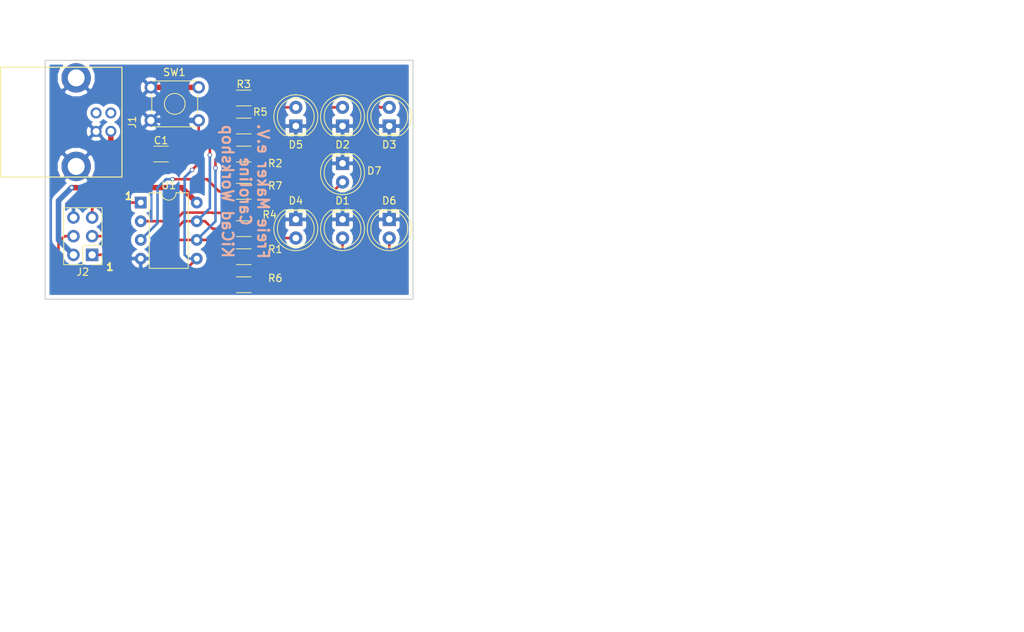
<source format=kicad_pcb>
(kicad_pcb (version 20170922) (host pcbnew "(2017-10-23 revision a562525)-master")

(general
  (thickness 1.6)
  (drawings 12)
  (tracks 125)
  (zones 0)
  (modules 19)
  (nets 18)
)

(page A4)
(title_block
  (title "Würfel für KiCad-Workshop")
  (date 2017-11-12)
  (rev -)
  (company "Caroline Brix")
)

(layers
  (0 F.Cu signal)
  (31 B.Cu signal)
  (32 B.Adhes user)
  (33 F.Adhes user)
  (34 B.Paste user)
  (35 F.Paste user)
  (36 B.SilkS user)
  (37 F.SilkS user)
  (38 B.Mask user)
  (39 F.Mask user)
  (40 Dwgs.User user)
  (41 Cmts.User user)
  (42 Eco1.User user)
  (43 Eco2.User user)
  (44 Edge.Cuts user)
  (45 Margin user)
  (46 B.CrtYd user)
  (47 F.CrtYd user)
  (48 B.Fab user)
  (49 F.Fab user)
)


(setup
  (last_trace_width 0.35)
  (user_trace_width 0.25)
  (user_trace_width 0.5)
  (user_trace_width 0.75)
  (user_trace_width 1)
  (trace_clearance 0.2)
  (zone_clearance 0.508)
  (zone_45_only no)
  (trace_min 0.2)
  (segment_width 0.2)
  (edge_width 0.15)
  (via_size 0.6)
  (via_drill 0.4)
  (via_min_size 0.4)
  (via_min_drill 0.3)
  (uvia_size 0.3)
  (uvia_drill 0.1)
  (uvias_allowed no)
  (uvia_min_size 0.2)
  (uvia_min_drill 0.1)
  (pcb_text_width 0.3)
  (pcb_text_size 1.5 1.5)
  (mod_edge_width 0.15)
  (mod_text_size 1 1)
  (mod_text_width 0.15)
  (pad_size 1.524 1.524)
  (pad_drill 0.762)
  (pad_to_mask_clearance 0.2)
  (aux_axis_origin 0 0)
  (visible_elements FFFFFF7F)
  (pcbplotparams
    (layerselection 0x00030_80000001)
    (usegerberextensions false)
    (usegerberattributes true)
    (usegerberadvancedattributes true)
    (creategerberjobfile true)
    (excludeedgelayer true)
    (linewidth 0.100000)
    (plotframeref false)
    (viasonmask false)
    (mode 1)
    (useauxorigin false)
    (hpglpennumber 1)
    (hpglpenspeed 20)
    (hpglpendiameter 15)
    (psnegative false)
    (psa4output false)
    (plotreference true)
    (plotvalue true)
    (plotinvisibletext false)
    (padsonsilk false)
    (subtractmaskfromsilk false)
    (outputformat 1)
    (mirror false)
    (drillshape 1)
    (scaleselection 1)
    (outputdirectory ""))
)

(net 0 "")
(net 1 VCC)
(net 2 GND)
(net 3 "Net-(D1-Pad2)")
(net 4 "Net-(D2-Pad2)")
(net 5 "Net-(D3-Pad2)")
(net 6 "Net-(D4-Pad2)")
(net 7 "Net-(D5-Pad2)")
(net 8 "Net-(D6-Pad2)")
(net 9 "Net-(D7-Pad2)")
(net 10 "Net-(J1-Pad3)")
(net 11 "Net-(J1-Pad2)")
(net 12 MISO)
(net 13 SCK)
(net 14 MOSI)
(net 15 RESET)
(net 16 "Net-(R5-Pad1)")
(net 17 "Net-(R7-Pad1)")

(net_class Default "Dies ist die voreingestellte Netzklasse."
  (clearance 0.2)
  (trace_width 0.35)
  (via_dia 0.6)
  (via_drill 0.4)
  (uvia_dia 0.3)
  (uvia_drill 0.1)
  (add_net MISO)
  (add_net MOSI)
  (add_net "Net-(D1-Pad2)")
  (add_net "Net-(D2-Pad2)")
  (add_net "Net-(D3-Pad2)")
  (add_net "Net-(D4-Pad2)")
  (add_net "Net-(D5-Pad2)")
  (add_net "Net-(D6-Pad2)")
  (add_net "Net-(D7-Pad2)")
  (add_net "Net-(J1-Pad2)")
  (add_net "Net-(J1-Pad3)")
  (add_net "Net-(R5-Pad1)")
  (add_net "Net-(R7-Pad1)")
  (add_net RESET)
  (add_net SCK)
  (add_net VCC)
)

(net_class GND ""
  (clearance 0.2)
  (trace_width 0.75)
  (via_dia 0.6)
  (via_drill 0.4)
  (uvia_dia 0.3)
  (uvia_drill 0.1)
  (add_net GND)
)

  (module Resistors_SMD:R_1206_HandSoldering (layer F.Cu) (tedit 59FB837F) (tstamp 59FB7E28)
    (at 160.75 95.25)
    (descr "Resistor SMD 1206, hand soldering")
    (tags "resistor 1206")
    (path /59FBCA32)
    (attr smd)
    (fp_text reference C1 (at 0 -1.85) (layer F.SilkS)
      (effects (font (size 1 1) (thickness 0.15)))
    )
    (fp_text value 100nF (at 0 1.9) (layer F.Fab) hide
      (effects (font (size 1 1) (thickness 0.15)))
    )
    (fp_text user %R (at 0 0) (layer F.Fab)
      (effects (font (size 0.7 0.7) (thickness 0.105)))
    )
    (fp_line (start -1.6 0.8) (end -1.6 -0.8) (layer F.Fab) (width 0.1))
    (fp_line (start 1.6 0.8) (end -1.6 0.8) (layer F.Fab) (width 0.1))
    (fp_line (start 1.6 -0.8) (end 1.6 0.8) (layer F.Fab) (width 0.1))
    (fp_line (start -1.6 -0.8) (end 1.6 -0.8) (layer F.Fab) (width 0.1))
    (fp_line (start 1 1.07) (end -1 1.07) (layer F.SilkS) (width 0.12))
    (fp_line (start -1 -1.07) (end 1 -1.07) (layer F.SilkS) (width 0.12))
    (fp_line (start -3.25 -1.11) (end 3.25 -1.11) (layer F.CrtYd) (width 0.05))
    (fp_line (start -3.25 -1.11) (end -3.25 1.1) (layer F.CrtYd) (width 0.05))
    (fp_line (start 3.25 1.1) (end 3.25 -1.11) (layer F.CrtYd) (width 0.05))
    (fp_line (start 3.25 1.1) (end -3.25 1.1) (layer F.CrtYd) (width 0.05))
    (pad 1 smd rect (at -2 0) (size 2 1.7) (layers F.Cu F.Paste F.Mask)
      (net 1 VCC))
    (pad 2 smd rect (at 2 0) (size 2 1.7) (layers F.Cu F.Paste F.Mask)
      (net 2 GND))
    (model ${KISYS3DMOD}/Resistors_SMD.3dshapes/R_1206.wrl
      (at (xyz 0 0 0))
      (scale (xyz 1 1 1))
      (rotate (xyz 0 0 0))
    )
  )

  (module user_USB:USB_B_THT_WE (layer F.Cu) (tedit 59EE57E0) (tstamp 59FB7E5C)
    (at 149.214 90.912 270)
    (path /59FADF68)
    (fp_text reference J1 (at 0 -7.62 270) (layer F.SilkS)
      (effects (font (size 1 1) (thickness 0.15)))
    )
    (fp_text value USB_B_WE (at -2.54 -10.16 270) (layer F.Fab) hide
      (effects (font (size 1 1) (thickness 0.15)))
    )
    (fp_line (start -7.47 -6.22) (end 7.47 -6.22) (layer F.SilkS) (width 0.15))
    (fp_line (start 7.47 -6.22) (end 7.47 10.28) (layer F.SilkS) (width 0.15))
    (fp_line (start 7.47 10.28) (end -7.47 10.28) (layer F.SilkS) (width 0.15))
    (fp_line (start -7.47 10.28) (end -7.47 -6.22) (layer F.SilkS) (width 0.15))
    (pad 4 thru_hole circle (at -6.02 0 270) (size 4 4) (drill 2.3) (layers *.Cu *.Mask)
      (net 2 GND))
    (pad 4 thru_hole circle (at 6.02 0 270) (size 4 4) (drill 2.3) (layers *.Cu *.Mask)
      (net 2 GND))
    (pad 3 thru_hole circle (at -1.25 -2.71 270) (size 1.5 1.5) (drill 0.92) (layers *.Cu *.Mask)
      (net 10 "Net-(J1-Pad3)"))
    (pad 4 thru_hole circle (at 1.27 -2.71 270) (size 1.5 1.5) (drill 0.92) (layers *.Cu *.Mask)
      (net 2 GND))
    (pad 2 thru_hole circle (at -1.25 -4.71 270) (size 1.5 1.5) (drill 0.92) (layers *.Cu *.Mask)
      (net 11 "Net-(J1-Pad2)"))
    (pad 1 thru_hole circle (at 1.25 -4.71 270) (size 1.5 1.5) (drill 0.92) (layers *.Cu *.Mask)
      (net 1 VCC))
  )

  (module Pin_Headers:Pin_Header_Straight_2x03_Pitch2.54mm (layer F.Cu) (tedit 59FB7E8B) (tstamp 59FB7E66)
    (at 151.384 108.966 180)
    (descr "Through hole straight pin header, 2x03, 2.54mm pitch, double rows")
    (tags "Through hole pin header THT 2x03 2.54mm double row")
    (path /59FADABC)
    (fp_text reference J2 (at 1.27 -2.33 180) (layer F.SilkS)
      (effects (font (size 1 1) (thickness 0.15)))
    )
    (fp_text value Conn_02x03_Odd_Even (at 1.27 7.41 180) (layer F.Fab) hide
      (effects (font (size 1 1) (thickness 0.15)))
    )
    (fp_line (start 0 -1.27) (end 3.81 -1.27) (layer F.Fab) (width 0.1))
    (fp_line (start 3.81 -1.27) (end 3.81 6.35) (layer F.Fab) (width 0.1))
    (fp_line (start 3.81 6.35) (end -1.27 6.35) (layer F.Fab) (width 0.1))
    (fp_line (start -1.27 6.35) (end -1.27 0) (layer F.Fab) (width 0.1))
    (fp_line (start -1.27 0) (end 0 -1.27) (layer F.Fab) (width 0.1))
    (fp_line (start -1.33 6.41) (end 3.87 6.41) (layer F.SilkS) (width 0.12))
    (fp_line (start -1.33 1.27) (end -1.33 6.41) (layer F.SilkS) (width 0.12))
    (fp_line (start 3.87 -1.33) (end 3.87 6.41) (layer F.SilkS) (width 0.12))
    (fp_line (start -1.33 1.27) (end 1.27 1.27) (layer F.SilkS) (width 0.12))
    (fp_line (start 1.27 1.27) (end 1.27 -1.33) (layer F.SilkS) (width 0.12))
    (fp_line (start 1.27 -1.33) (end 3.87 -1.33) (layer F.SilkS) (width 0.12))
    (fp_line (start -1.33 0) (end -1.33 -1.33) (layer F.SilkS) (width 0.12))
    (fp_line (start -1.33 -1.33) (end 0 -1.33) (layer F.SilkS) (width 0.12))
    (fp_line (start -1.8 -1.8) (end -1.8 6.85) (layer F.CrtYd) (width 0.05))
    (fp_line (start -1.8 6.85) (end 4.35 6.85) (layer F.CrtYd) (width 0.05))
    (fp_line (start 4.35 6.85) (end 4.35 -1.8) (layer F.CrtYd) (width 0.05))
    (fp_line (start 4.35 -1.8) (end -1.8 -1.8) (layer F.CrtYd) (width 0.05))
    (fp_text user %R (at 1.27 2.54 270) (layer F.Fab)
      (effects (font (size 1 1) (thickness 0.15)))
    )
    (pad 1 thru_hole rect (at 0 0 180) (size 1.7 1.7) (drill 1) (layers *.Cu *.Mask)
      (net 12 MISO))
    (pad 2 thru_hole oval (at 2.54 0 180) (size 1.7 1.7) (drill 1) (layers *.Cu *.Mask)
      (net 1 VCC))
    (pad 3 thru_hole oval (at 0 2.54 180) (size 1.7 1.7) (drill 1) (layers *.Cu *.Mask)
      (net 13 SCK))
    (pad 4 thru_hole oval (at 2.54 2.54 180) (size 1.7 1.7) (drill 1) (layers *.Cu *.Mask)
      (net 14 MOSI))
    (pad 5 thru_hole oval (at 0 5.08 180) (size 1.7 1.7) (drill 1) (layers *.Cu *.Mask)
      (net 15 RESET))
    (pad 6 thru_hole oval (at 2.54 5.08 180) (size 1.7 1.7) (drill 1) (layers *.Cu *.Mask)
      (net 2 GND))
    (model ${KISYS3DMOD}/Pin_Headers.3dshapes/Pin_Header_Straight_2x03_Pitch2.54mm.wrl
      (at (xyz 0 0 0))
      (scale (xyz 1 1 1))
      (rotate (xyz 0 0 0))
    )
  )

  (module Resistors_SMD:R_1206_HandSoldering (layer F.Cu) (tedit 59FB7FDA) (tstamp 59FB7E6C)
    (at 171.99 109.22)
    (descr "Resistor SMD 1206, hand soldering")
    (tags "resistor 1206")
    (path /59FB78A7)
    (attr smd)
    (fp_text reference R1 (at 4.286 -1.016) (layer F.SilkS)
      (effects (font (size 1 1) (thickness 0.15)))
    )
    (fp_text value 1k (at 0 1.9) (layer F.Fab) hide
      (effects (font (size 1 1) (thickness 0.15)))
    )
    (fp_text user %R (at 0 0) (layer F.Fab)
      (effects (font (size 0.7 0.7) (thickness 0.105)))
    )
    (fp_line (start -1.6 0.8) (end -1.6 -0.8) (layer F.Fab) (width 0.1))
    (fp_line (start 1.6 0.8) (end -1.6 0.8) (layer F.Fab) (width 0.1))
    (fp_line (start 1.6 -0.8) (end 1.6 0.8) (layer F.Fab) (width 0.1))
    (fp_line (start -1.6 -0.8) (end 1.6 -0.8) (layer F.Fab) (width 0.1))
    (fp_line (start 1 1.07) (end -1 1.07) (layer F.SilkS) (width 0.12))
    (fp_line (start -1 -1.07) (end 1 -1.07) (layer F.SilkS) (width 0.12))
    (fp_line (start -3.25 -1.11) (end 3.25 -1.11) (layer F.CrtYd) (width 0.05))
    (fp_line (start -3.25 -1.11) (end -3.25 1.1) (layer F.CrtYd) (width 0.05))
    (fp_line (start 3.25 1.1) (end 3.25 -1.11) (layer F.CrtYd) (width 0.05))
    (fp_line (start 3.25 1.1) (end -3.25 1.1) (layer F.CrtYd) (width 0.05))
    (pad 1 smd rect (at -2 0) (size 2 1.7) (layers F.Cu F.Paste F.Mask)
      (net 12 MISO))
    (pad 2 smd rect (at 2 0) (size 2 1.7) (layers F.Cu F.Paste F.Mask)
      (net 3 "Net-(D1-Pad2)"))
    (model ${KISYS3DMOD}/Resistors_SMD.3dshapes/R_1206.wrl
      (at (xyz 0 0 0))
      (scale (xyz 1 1 1))
      (rotate (xyz 0 0 0))
    )
  )

  (module Resistors_SMD:R_1206_HandSoldering (layer F.Cu) (tedit 59FB857D) (tstamp 59FB7E72)
    (at 171.99 95.25)
    (descr "Resistor SMD 1206, hand soldering")
    (tags "resistor 1206")
    (path /59FB7893)
    (attr smd)
    (fp_text reference R2 (at 4.286 1.27) (layer F.SilkS)
      (effects (font (size 1 1) (thickness 0.15)))
    )
    (fp_text value 1k (at 0 1.9) (layer F.Fab) hide
      (effects (font (size 1 1) (thickness 0.15)))
    )
    (fp_text user %R (at 0 0) (layer F.Fab)
      (effects (font (size 0.7 0.7) (thickness 0.105)))
    )
    (fp_line (start -1.6 0.8) (end -1.6 -0.8) (layer F.Fab) (width 0.1))
    (fp_line (start 1.6 0.8) (end -1.6 0.8) (layer F.Fab) (width 0.1))
    (fp_line (start 1.6 -0.8) (end 1.6 0.8) (layer F.Fab) (width 0.1))
    (fp_line (start -1.6 -0.8) (end 1.6 -0.8) (layer F.Fab) (width 0.1))
    (fp_line (start 1 1.07) (end -1 1.07) (layer F.SilkS) (width 0.12))
    (fp_line (start -1 -1.07) (end 1 -1.07) (layer F.SilkS) (width 0.12))
    (fp_line (start -3.25 -1.11) (end 3.25 -1.11) (layer F.CrtYd) (width 0.05))
    (fp_line (start -3.25 -1.11) (end -3.25 1.1) (layer F.CrtYd) (width 0.05))
    (fp_line (start 3.25 1.1) (end 3.25 -1.11) (layer F.CrtYd) (width 0.05))
    (fp_line (start 3.25 1.1) (end -3.25 1.1) (layer F.CrtYd) (width 0.05))
    (pad 1 smd rect (at -2 0) (size 2 1.7) (layers F.Cu F.Paste F.Mask)
      (net 12 MISO))
    (pad 2 smd rect (at 2 0) (size 2 1.7) (layers F.Cu F.Paste F.Mask)
      (net 4 "Net-(D2-Pad2)"))
    (model ${KISYS3DMOD}/Resistors_SMD.3dshapes/R_1206.wrl
      (at (xyz 0 0 0))
      (scale (xyz 1 1 1))
      (rotate (xyz 0 0 0))
    )
  )

  (module Resistors_SMD:R_1206_HandSoldering (layer F.Cu) (tedit 59FB8383) (tstamp 59FB7E78)
    (at 171.99 87.63)
    (descr "Resistor SMD 1206, hand soldering")
    (tags "resistor 1206")
    (path /59FB787F)
    (attr smd)
    (fp_text reference R3 (at 0 -1.8796) (layer F.SilkS)
      (effects (font (size 1 1) (thickness 0.15)))
    )
    (fp_text value 1k (at 0 1.9) (layer F.Fab) hide
      (effects (font (size 1 1) (thickness 0.15)))
    )
    (fp_text user %R (at 0 0) (layer F.Fab)
      (effects (font (size 0.7 0.7) (thickness 0.105)))
    )
    (fp_line (start -1.6 0.8) (end -1.6 -0.8) (layer F.Fab) (width 0.1))
    (fp_line (start 1.6 0.8) (end -1.6 0.8) (layer F.Fab) (width 0.1))
    (fp_line (start 1.6 -0.8) (end 1.6 0.8) (layer F.Fab) (width 0.1))
    (fp_line (start -1.6 -0.8) (end 1.6 -0.8) (layer F.Fab) (width 0.1))
    (fp_line (start 1 1.07) (end -1 1.07) (layer F.SilkS) (width 0.12))
    (fp_line (start -1 -1.07) (end 1 -1.07) (layer F.SilkS) (width 0.12))
    (fp_line (start -3.25 -1.11) (end 3.25 -1.11) (layer F.CrtYd) (width 0.05))
    (fp_line (start -3.25 -1.11) (end -3.25 1.1) (layer F.CrtYd) (width 0.05))
    (fp_line (start 3.25 1.1) (end 3.25 -1.11) (layer F.CrtYd) (width 0.05))
    (fp_line (start 3.25 1.1) (end -3.25 1.1) (layer F.CrtYd) (width 0.05))
    (pad 1 smd rect (at -2 0) (size 2 1.7) (layers F.Cu F.Paste F.Mask)
      (net 13 SCK))
    (pad 2 smd rect (at 2 0) (size 2 1.7) (layers F.Cu F.Paste F.Mask)
      (net 5 "Net-(D3-Pad2)"))
    (model ${KISYS3DMOD}/Resistors_SMD.3dshapes/R_1206.wrl
      (at (xyz 0 0 0))
      (scale (xyz 1 1 1))
      (rotate (xyz 0 0 0))
    )
  )

  (module Resistors_SMD:R_1206_HandSoldering (layer F.Cu) (tedit 59FB7FDD) (tstamp 59FB7E7E)
    (at 171.99 105.41)
    (descr "Resistor SMD 1206, hand soldering")
    (tags "resistor 1206")
    (path /59FB76FB)
    (attr smd)
    (fp_text reference R4 (at 3.524 -1.905) (layer F.SilkS)
      (effects (font (size 1 1) (thickness 0.15)))
    )
    (fp_text value 1k (at 0 1.9) (layer F.Fab) hide
      (effects (font (size 1 1) (thickness 0.15)))
    )
    (fp_text user %R (at 0 0) (layer F.Fab)
      (effects (font (size 0.7 0.7) (thickness 0.105)))
    )
    (fp_line (start -1.6 0.8) (end -1.6 -0.8) (layer F.Fab) (width 0.1))
    (fp_line (start 1.6 0.8) (end -1.6 0.8) (layer F.Fab) (width 0.1))
    (fp_line (start 1.6 -0.8) (end 1.6 0.8) (layer F.Fab) (width 0.1))
    (fp_line (start -1.6 -0.8) (end 1.6 -0.8) (layer F.Fab) (width 0.1))
    (fp_line (start 1 1.07) (end -1 1.07) (layer F.SilkS) (width 0.12))
    (fp_line (start -1 -1.07) (end 1 -1.07) (layer F.SilkS) (width 0.12))
    (fp_line (start -3.25 -1.11) (end 3.25 -1.11) (layer F.CrtYd) (width 0.05))
    (fp_line (start -3.25 -1.11) (end -3.25 1.1) (layer F.CrtYd) (width 0.05))
    (fp_line (start 3.25 1.1) (end 3.25 -1.11) (layer F.CrtYd) (width 0.05))
    (fp_line (start 3.25 1.1) (end -3.25 1.1) (layer F.CrtYd) (width 0.05))
    (pad 1 smd rect (at -2 0) (size 2 1.7) (layers F.Cu F.Paste F.Mask)
      (net 13 SCK))
    (pad 2 smd rect (at 2 0) (size 2 1.7) (layers F.Cu F.Paste F.Mask)
      (net 6 "Net-(D4-Pad2)"))
    (model ${KISYS3DMOD}/Resistors_SMD.3dshapes/R_1206.wrl
      (at (xyz 0 0 0))
      (scale (xyz 1 1 1))
      (rotate (xyz 0 0 0))
    )
  )

  (module Resistors_SMD:R_1206_HandSoldering (layer F.Cu) (tedit 59FB8386) (tstamp 59FB7E84)
    (at 171.99 91.44)
    (descr "Resistor SMD 1206, hand soldering")
    (tags "resistor 1206")
    (path /59FB76E7)
    (attr smd)
    (fp_text reference R5 (at 2.254 -1.905) (layer F.SilkS)
      (effects (font (size 1 1) (thickness 0.15)))
    )
    (fp_text value 1k (at 0 1.9) (layer F.Fab) hide
      (effects (font (size 1 1) (thickness 0.15)))
    )
    (fp_text user %R (at 0 0) (layer F.Fab)
      (effects (font (size 0.7 0.7) (thickness 0.105)))
    )
    (fp_line (start -1.6 0.8) (end -1.6 -0.8) (layer F.Fab) (width 0.1))
    (fp_line (start 1.6 0.8) (end -1.6 0.8) (layer F.Fab) (width 0.1))
    (fp_line (start 1.6 -0.8) (end 1.6 0.8) (layer F.Fab) (width 0.1))
    (fp_line (start -1.6 -0.8) (end 1.6 -0.8) (layer F.Fab) (width 0.1))
    (fp_line (start 1 1.07) (end -1 1.07) (layer F.SilkS) (width 0.12))
    (fp_line (start -1 -1.07) (end 1 -1.07) (layer F.SilkS) (width 0.12))
    (fp_line (start -3.25 -1.11) (end 3.25 -1.11) (layer F.CrtYd) (width 0.05))
    (fp_line (start -3.25 -1.11) (end -3.25 1.1) (layer F.CrtYd) (width 0.05))
    (fp_line (start 3.25 1.1) (end 3.25 -1.11) (layer F.CrtYd) (width 0.05))
    (fp_line (start 3.25 1.1) (end -3.25 1.1) (layer F.CrtYd) (width 0.05))
    (pad 1 smd rect (at -2 0) (size 2 1.7) (layers F.Cu F.Paste F.Mask)
      (net 16 "Net-(R5-Pad1)"))
    (pad 2 smd rect (at 2 0) (size 2 1.7) (layers F.Cu F.Paste F.Mask)
      (net 7 "Net-(D5-Pad2)"))
    (model ${KISYS3DMOD}/Resistors_SMD.3dshapes/R_1206.wrl
      (at (xyz 0 0 0))
      (scale (xyz 1 1 1))
      (rotate (xyz 0 0 0))
    )
  )

  (module Resistors_SMD:R_1206_HandSoldering (layer F.Cu) (tedit 59FB7FD8) (tstamp 59FB7E8A)
    (at 171.99 113.03)
    (descr "Resistor SMD 1206, hand soldering")
    (tags "resistor 1206")
    (path /59FB7653)
    (attr smd)
    (fp_text reference R6 (at 4.286 -0.889) (layer F.SilkS)
      (effects (font (size 1 1) (thickness 0.15)))
    )
    (fp_text value 1k (at 0 1.9) (layer F.Fab) hide
      (effects (font (size 1 1) (thickness 0.15)))
    )
    (fp_text user %R (at 0 0) (layer F.Fab)
      (effects (font (size 0.7 0.7) (thickness 0.105)))
    )
    (fp_line (start -1.6 0.8) (end -1.6 -0.8) (layer F.Fab) (width 0.1))
    (fp_line (start 1.6 0.8) (end -1.6 0.8) (layer F.Fab) (width 0.1))
    (fp_line (start 1.6 -0.8) (end 1.6 0.8) (layer F.Fab) (width 0.1))
    (fp_line (start -1.6 -0.8) (end 1.6 -0.8) (layer F.Fab) (width 0.1))
    (fp_line (start 1 1.07) (end -1 1.07) (layer F.SilkS) (width 0.12))
    (fp_line (start -1 -1.07) (end 1 -1.07) (layer F.SilkS) (width 0.12))
    (fp_line (start -3.25 -1.11) (end 3.25 -1.11) (layer F.CrtYd) (width 0.05))
    (fp_line (start -3.25 -1.11) (end -3.25 1.1) (layer F.CrtYd) (width 0.05))
    (fp_line (start 3.25 1.1) (end 3.25 -1.11) (layer F.CrtYd) (width 0.05))
    (fp_line (start 3.25 1.1) (end -3.25 1.1) (layer F.CrtYd) (width 0.05))
    (pad 1 smd rect (at -2 0) (size 2 1.7) (layers F.Cu F.Paste F.Mask)
      (net 16 "Net-(R5-Pad1)"))
    (pad 2 smd rect (at 2 0) (size 2 1.7) (layers F.Cu F.Paste F.Mask)
      (net 8 "Net-(D6-Pad2)"))
    (model ${KISYS3DMOD}/Resistors_SMD.3dshapes/R_1206.wrl
      (at (xyz 0 0 0))
      (scale (xyz 1 1 1))
      (rotate (xyz 0 0 0))
    )
  )

  (module Resistors_SMD:R_1206_HandSoldering (layer F.Cu) (tedit 59FB838A) (tstamp 59FB7E90)
    (at 171.99 100.33)
    (descr "Resistor SMD 1206, hand soldering")
    (tags "resistor 1206")
    (path /59FB74BF)
    (attr smd)
    (fp_text reference R7 (at 4.286 -0.762) (layer F.SilkS)
      (effects (font (size 1 1) (thickness 0.15)))
    )
    (fp_text value 1k (at 0 1.9) (layer F.Fab) hide
      (effects (font (size 1 1) (thickness 0.15)))
    )
    (fp_text user %R (at 0 0) (layer F.Fab)
      (effects (font (size 0.7 0.7) (thickness 0.105)))
    )
    (fp_line (start -1.6 0.8) (end -1.6 -0.8) (layer F.Fab) (width 0.1))
    (fp_line (start 1.6 0.8) (end -1.6 0.8) (layer F.Fab) (width 0.1))
    (fp_line (start 1.6 -0.8) (end 1.6 0.8) (layer F.Fab) (width 0.1))
    (fp_line (start -1.6 -0.8) (end 1.6 -0.8) (layer F.Fab) (width 0.1))
    (fp_line (start 1 1.07) (end -1 1.07) (layer F.SilkS) (width 0.12))
    (fp_line (start -1 -1.07) (end 1 -1.07) (layer F.SilkS) (width 0.12))
    (fp_line (start -3.25 -1.11) (end 3.25 -1.11) (layer F.CrtYd) (width 0.05))
    (fp_line (start -3.25 -1.11) (end -3.25 1.1) (layer F.CrtYd) (width 0.05))
    (fp_line (start 3.25 1.1) (end 3.25 -1.11) (layer F.CrtYd) (width 0.05))
    (fp_line (start 3.25 1.1) (end -3.25 1.1) (layer F.CrtYd) (width 0.05))
    (pad 1 smd rect (at -2 0) (size 2 1.7) (layers F.Cu F.Paste F.Mask)
      (net 17 "Net-(R7-Pad1)"))
    (pad 2 smd rect (at 2 0) (size 2 1.7) (layers F.Cu F.Paste F.Mask)
      (net 9 "Net-(D7-Pad2)"))
    (model ${KISYS3DMOD}/Resistors_SMD.3dshapes/R_1206.wrl
      (at (xyz 0 0 0))
      (scale (xyz 1 1 1))
      (rotate (xyz 0 0 0))
    )
  )

  (module Housings_DIP:DIP-8_W7.62mm (layer F.Cu) (tedit 59FB8D94) (tstamp 59FB7EA4)
    (at 157.988 101.854)
    (descr "8-lead though-hole mounted DIP package, row spacing 7.62 mm (300 mils)")
    (tags "THT DIP DIL PDIP 2.54mm 7.62mm 300mil")
    (path /59FBB286)
    (fp_text reference U1 (at 3.81 -2.33) (layer F.SilkS)
      (effects (font (size 1 1) (thickness 0.15)))
    )
    (fp_text value ATTINY85-20PU (at 3.81 9.95) (layer F.Fab) hide
      (effects (font (size 1 1) (thickness 0.15)))
    )
    (fp_arc (start 3.81 -1.33) (end 2.81 -1.33) (angle -180) (layer F.SilkS) (width 0.12))
    (fp_line (start 1.635 -1.27) (end 6.985 -1.27) (layer F.Fab) (width 0.1))
    (fp_line (start 6.985 -1.27) (end 6.985 8.89) (layer F.Fab) (width 0.1))
    (fp_line (start 6.985 8.89) (end 0.635 8.89) (layer F.Fab) (width 0.1))
    (fp_line (start 0.635 8.89) (end 0.635 -0.27) (layer F.Fab) (width 0.1))
    (fp_line (start 0.635 -0.27) (end 1.635 -1.27) (layer F.Fab) (width 0.1))
    (fp_line (start 2.81 -1.33) (end 1.16 -1.33) (layer F.SilkS) (width 0.12))
    (fp_line (start 1.16 -1.33) (end 1.16 8.95) (layer F.SilkS) (width 0.12))
    (fp_line (start 1.16 8.95) (end 6.46 8.95) (layer F.SilkS) (width 0.12))
    (fp_line (start 6.46 8.95) (end 6.46 -1.33) (layer F.SilkS) (width 0.12))
    (fp_line (start 6.46 -1.33) (end 4.81 -1.33) (layer F.SilkS) (width 0.12))
    (fp_line (start -1.1 -1.55) (end -1.1 9.15) (layer F.CrtYd) (width 0.05))
    (fp_line (start -1.1 9.15) (end 8.7 9.15) (layer F.CrtYd) (width 0.05))
    (fp_line (start 8.7 9.15) (end 8.7 -1.55) (layer F.CrtYd) (width 0.05))
    (fp_line (start 8.7 -1.55) (end -1.1 -1.55) (layer F.CrtYd) (width 0.05))
    (fp_text user %R (at 3.937 3.048) (layer F.Fab) hide
      (effects (font (size 1 1) (thickness 0.15)))
    )
    (pad 1 thru_hole rect (at 0 0) (size 1.6 1.6) (drill 0.8) (layers *.Cu *.Mask)
      (net 15 RESET))
    (pad 5 thru_hole oval (at 7.62 7.62) (size 1.6 1.6) (drill 0.8) (layers *.Cu *.Mask)
      (net 14 MOSI))
    (pad 2 thru_hole oval (at 0 2.54) (size 1.6 1.6) (drill 0.8) (layers *.Cu *.Mask)
      (net 16 "Net-(R5-Pad1)"))
    (pad 6 thru_hole oval (at 7.62 5.08) (size 1.6 1.6) (drill 0.8) (layers *.Cu *.Mask)
      (net 12 MISO))
    (pad 3 thru_hole oval (at 0 5.08) (size 1.6 1.6) (drill 0.8) (layers *.Cu *.Mask)
      (net 17 "Net-(R7-Pad1)"))
    (pad 7 thru_hole oval (at 7.62 2.54) (size 1.6 1.6) (drill 0.8) (layers *.Cu *.Mask)
      (net 13 SCK))
    (pad 4 thru_hole oval (at 0 7.62) (size 1.6 1.6) (drill 0.8) (layers *.Cu *.Mask)
      (net 2 GND))
    (pad 8 thru_hole oval (at 7.62 0) (size 1.6 1.6) (drill 0.8) (layers *.Cu *.Mask)
      (net 1 VCC))
    (model ${KISYS3DMOD}/Housings_DIP.3dshapes/DIP-8_W7.62mm.wrl
      (at (xyz 0 0 0))
      (scale (xyz 1 1 1))
      (rotate (xyz 0 0 0))
    )
  )

  (module LEDs:LED_D5.0mm (layer F.Cu) (tedit 59FBA60D) (tstamp 59FBA602)
    (at 185.42 104.14 270)
    (descr "LED, diameter 5.0mm, 2 pins, http://cdn-reichelt.de/documents/datenblatt/A500/LL-504BC2E-009.pdf")
    (tags "LED diameter 5.0mm 2 pins")
    (path /59FB78A1)
    (fp_text reference D1 (at -2.54 0) (layer F.SilkS)
      (effects (font (size 1 1) (thickness 0.15)))
    )
    (fp_text value LED (at 1.27 3.96 270) (layer F.Fab) hide
      (effects (font (size 1 1) (thickness 0.15)))
    )
    (fp_arc (start 1.27 0) (end -1.23 -1.469694) (angle 299.1) (layer F.Fab) (width 0.1))
    (fp_arc (start 1.27 0) (end -1.29 -1.54483) (angle 148.9) (layer F.SilkS) (width 0.12))
    (fp_arc (start 1.27 0) (end -1.29 1.54483) (angle -148.9) (layer F.SilkS) (width 0.12))
    (fp_circle (center 1.27 0) (end 3.77 0) (layer F.Fab) (width 0.1))
    (fp_circle (center 1.27 0) (end 3.77 0) (layer F.SilkS) (width 0.12))
    (fp_line (start -1.23 -1.469694) (end -1.23 1.469694) (layer F.Fab) (width 0.1))
    (fp_line (start -1.29 -1.545) (end -1.29 1.545) (layer F.SilkS) (width 0.12))
    (fp_line (start -1.95 -3.25) (end -1.95 3.25) (layer F.CrtYd) (width 0.05))
    (fp_line (start -1.95 3.25) (end 4.5 3.25) (layer F.CrtYd) (width 0.05))
    (fp_line (start 4.5 3.25) (end 4.5 -3.25) (layer F.CrtYd) (width 0.05))
    (fp_line (start 4.5 -3.25) (end -1.95 -3.25) (layer F.CrtYd) (width 0.05))
    (fp_text user %R (at 1.25 0 270) (layer F.Fab)
      (effects (font (size 0.8 0.8) (thickness 0.2)))
    )
    (pad 1 thru_hole rect (at 0 0 270) (size 1.8 1.8) (drill 0.9) (layers *.Cu *.Mask)
      (net 2 GND))
    (pad 2 thru_hole circle (at 2.54 0 270) (size 1.8 1.8) (drill 0.9) (layers *.Cu *.Mask)
      (net 3 "Net-(D1-Pad2)"))
    (model ${KISYS3DMOD}/LEDs.3dshapes/LED_D5.0mm.wrl
      (at (xyz 0 0 0))
      (scale (xyz 0.393701 0.393701 0.393701))
      (rotate (xyz 0 0 0))
    )
  )

  (module LEDs:LED_D5.0mm (layer F.Cu) (tedit 59FBA62F) (tstamp 59FBA607)
    (at 185.42 91.44 90)
    (descr "LED, diameter 5.0mm, 2 pins, http://cdn-reichelt.de/documents/datenblatt/A500/LL-504BC2E-009.pdf")
    (tags "LED diameter 5.0mm 2 pins")
    (path /59FB788D)
    (fp_text reference D2 (at -2.54 0 180) (layer F.SilkS)
      (effects (font (size 1 1) (thickness 0.15)))
    )
    (fp_text value LED (at 1.27 3.96 90) (layer F.Fab) hide
      (effects (font (size 1 1) (thickness 0.15)))
    )
    (fp_arc (start 1.27 0) (end -1.23 -1.469694) (angle 299.1) (layer F.Fab) (width 0.1))
    (fp_arc (start 1.27 0) (end -1.29 -1.54483) (angle 148.9) (layer F.SilkS) (width 0.12))
    (fp_arc (start 1.27 0) (end -1.29 1.54483) (angle -148.9) (layer F.SilkS) (width 0.12))
    (fp_circle (center 1.27 0) (end 3.77 0) (layer F.Fab) (width 0.1))
    (fp_circle (center 1.27 0) (end 3.77 0) (layer F.SilkS) (width 0.12))
    (fp_line (start -1.23 -1.469694) (end -1.23 1.469694) (layer F.Fab) (width 0.1))
    (fp_line (start -1.29 -1.545) (end -1.29 1.545) (layer F.SilkS) (width 0.12))
    (fp_line (start -1.95 -3.25) (end -1.95 3.25) (layer F.CrtYd) (width 0.05))
    (fp_line (start -1.95 3.25) (end 4.5 3.25) (layer F.CrtYd) (width 0.05))
    (fp_line (start 4.5 3.25) (end 4.5 -3.25) (layer F.CrtYd) (width 0.05))
    (fp_line (start 4.5 -3.25) (end -1.95 -3.25) (layer F.CrtYd) (width 0.05))
    (fp_text user %R (at 1.25 0 90) (layer F.Fab)
      (effects (font (size 0.8 0.8) (thickness 0.2)))
    )
    (pad 1 thru_hole rect (at 0 0 90) (size 1.8 1.8) (drill 0.9) (layers *.Cu *.Mask)
      (net 2 GND))
    (pad 2 thru_hole circle (at 2.54 0 90) (size 1.8 1.8) (drill 0.9) (layers *.Cu *.Mask)
      (net 4 "Net-(D2-Pad2)"))
    (model ${KISYS3DMOD}/LEDs.3dshapes/LED_D5.0mm.wrl
      (at (xyz 0 0 0))
      (scale (xyz 0.393701 0.393701 0.393701))
      (rotate (xyz 0 0 0))
    )
  )

  (module LEDs:LED_D5.0mm (layer F.Cu) (tedit 59FBA62B) (tstamp 59FBA60C)
    (at 191.77 91.44 90)
    (descr "LED, diameter 5.0mm, 2 pins, http://cdn-reichelt.de/documents/datenblatt/A500/LL-504BC2E-009.pdf")
    (tags "LED diameter 5.0mm 2 pins")
    (path /59FB7879)
    (fp_text reference D3 (at -2.54 0 180) (layer F.SilkS)
      (effects (font (size 1 1) (thickness 0.15)))
    )
    (fp_text value LED (at 1.27 3.96 90) (layer F.Fab) hide
      (effects (font (size 1 1) (thickness 0.15)))
    )
    (fp_arc (start 1.27 0) (end -1.23 -1.469694) (angle 299.1) (layer F.Fab) (width 0.1))
    (fp_arc (start 1.27 0) (end -1.29 -1.54483) (angle 148.9) (layer F.SilkS) (width 0.12))
    (fp_arc (start 1.27 0) (end -1.29 1.54483) (angle -148.9) (layer F.SilkS) (width 0.12))
    (fp_circle (center 1.27 0) (end 3.77 0) (layer F.Fab) (width 0.1))
    (fp_circle (center 1.27 0) (end 3.77 0) (layer F.SilkS) (width 0.12))
    (fp_line (start -1.23 -1.469694) (end -1.23 1.469694) (layer F.Fab) (width 0.1))
    (fp_line (start -1.29 -1.545) (end -1.29 1.545) (layer F.SilkS) (width 0.12))
    (fp_line (start -1.95 -3.25) (end -1.95 3.25) (layer F.CrtYd) (width 0.05))
    (fp_line (start -1.95 3.25) (end 4.5 3.25) (layer F.CrtYd) (width 0.05))
    (fp_line (start 4.5 3.25) (end 4.5 -3.25) (layer F.CrtYd) (width 0.05))
    (fp_line (start 4.5 -3.25) (end -1.95 -3.25) (layer F.CrtYd) (width 0.05))
    (fp_text user %R (at 1.25 0 90) (layer F.Fab)
      (effects (font (size 0.8 0.8) (thickness 0.2)))
    )
    (pad 1 thru_hole rect (at 0 0 90) (size 1.8 1.8) (drill 0.9) (layers *.Cu *.Mask)
      (net 2 GND))
    (pad 2 thru_hole circle (at 2.54 0 90) (size 1.8 1.8) (drill 0.9) (layers *.Cu *.Mask)
      (net 5 "Net-(D3-Pad2)"))
    (model ${KISYS3DMOD}/LEDs.3dshapes/LED_D5.0mm.wrl
      (at (xyz 0 0 0))
      (scale (xyz 0.393701 0.393701 0.393701))
      (rotate (xyz 0 0 0))
    )
  )

  (module LEDs:LED_D5.0mm (layer F.Cu) (tedit 59FBA617) (tstamp 59FBA611)
    (at 179.07 104.14 270)
    (descr "LED, diameter 5.0mm, 2 pins, http://cdn-reichelt.de/documents/datenblatt/A500/LL-504BC2E-009.pdf")
    (tags "LED diameter 5.0mm 2 pins")
    (path /59FB76F5)
    (fp_text reference D4 (at -2.54 0) (layer F.SilkS)
      (effects (font (size 1 1) (thickness 0.15)))
    )
    (fp_text value LED (at 1.27 3.96 270) (layer F.Fab) hide
      (effects (font (size 1 1) (thickness 0.15)))
    )
    (fp_arc (start 1.27 0) (end -1.23 -1.469694) (angle 299.1) (layer F.Fab) (width 0.1))
    (fp_arc (start 1.27 0) (end -1.29 -1.54483) (angle 148.9) (layer F.SilkS) (width 0.12))
    (fp_arc (start 1.27 0) (end -1.29 1.54483) (angle -148.9) (layer F.SilkS) (width 0.12))
    (fp_circle (center 1.27 0) (end 3.77 0) (layer F.Fab) (width 0.1))
    (fp_circle (center 1.27 0) (end 3.77 0) (layer F.SilkS) (width 0.12))
    (fp_line (start -1.23 -1.469694) (end -1.23 1.469694) (layer F.Fab) (width 0.1))
    (fp_line (start -1.29 -1.545) (end -1.29 1.545) (layer F.SilkS) (width 0.12))
    (fp_line (start -1.95 -3.25) (end -1.95 3.25) (layer F.CrtYd) (width 0.05))
    (fp_line (start -1.95 3.25) (end 4.5 3.25) (layer F.CrtYd) (width 0.05))
    (fp_line (start 4.5 3.25) (end 4.5 -3.25) (layer F.CrtYd) (width 0.05))
    (fp_line (start 4.5 -3.25) (end -1.95 -3.25) (layer F.CrtYd) (width 0.05))
    (fp_text user %R (at 1.25 0 270) (layer F.Fab)
      (effects (font (size 0.8 0.8) (thickness 0.2)))
    )
    (pad 1 thru_hole rect (at 0 0 270) (size 1.8 1.8) (drill 0.9) (layers *.Cu *.Mask)
      (net 2 GND))
    (pad 2 thru_hole circle (at 2.54 0 270) (size 1.8 1.8) (drill 0.9) (layers *.Cu *.Mask)
      (net 6 "Net-(D4-Pad2)"))
    (model ${KISYS3DMOD}/LEDs.3dshapes/LED_D5.0mm.wrl
      (at (xyz 0 0 0))
      (scale (xyz 0.393701 0.393701 0.393701))
      (rotate (xyz 0 0 0))
    )
  )

  (module LEDs:LED_D5.0mm (layer F.Cu) (tedit 59FBA637) (tstamp 59FBA616)
    (at 179.07 91.44 90)
    (descr "LED, diameter 5.0mm, 2 pins, http://cdn-reichelt.de/documents/datenblatt/A500/LL-504BC2E-009.pdf")
    (tags "LED diameter 5.0mm 2 pins")
    (path /59FB76E1)
    (fp_text reference D5 (at -2.54 0 180) (layer F.SilkS)
      (effects (font (size 1 1) (thickness 0.15)))
    )
    (fp_text value LED (at 1.27 3.96 90) (layer F.Fab) hide
      (effects (font (size 1 1) (thickness 0.15)))
    )
    (fp_arc (start 1.27 0) (end -1.23 -1.469694) (angle 299.1) (layer F.Fab) (width 0.1))
    (fp_arc (start 1.27 0) (end -1.29 -1.54483) (angle 148.9) (layer F.SilkS) (width 0.12))
    (fp_arc (start 1.27 0) (end -1.29 1.54483) (angle -148.9) (layer F.SilkS) (width 0.12))
    (fp_circle (center 1.27 0) (end 3.77 0) (layer F.Fab) (width 0.1))
    (fp_circle (center 1.27 0) (end 3.77 0) (layer F.SilkS) (width 0.12))
    (fp_line (start -1.23 -1.469694) (end -1.23 1.469694) (layer F.Fab) (width 0.1))
    (fp_line (start -1.29 -1.545) (end -1.29 1.545) (layer F.SilkS) (width 0.12))
    (fp_line (start -1.95 -3.25) (end -1.95 3.25) (layer F.CrtYd) (width 0.05))
    (fp_line (start -1.95 3.25) (end 4.5 3.25) (layer F.CrtYd) (width 0.05))
    (fp_line (start 4.5 3.25) (end 4.5 -3.25) (layer F.CrtYd) (width 0.05))
    (fp_line (start 4.5 -3.25) (end -1.95 -3.25) (layer F.CrtYd) (width 0.05))
    (fp_text user %R (at 1.25 0 90) (layer F.Fab)
      (effects (font (size 0.8 0.8) (thickness 0.2)))
    )
    (pad 1 thru_hole rect (at 0 0 90) (size 1.8 1.8) (drill 0.9) (layers *.Cu *.Mask)
      (net 2 GND))
    (pad 2 thru_hole circle (at 2.54 0 90) (size 1.8 1.8) (drill 0.9) (layers *.Cu *.Mask)
      (net 7 "Net-(D5-Pad2)"))
    (model ${KISYS3DMOD}/LEDs.3dshapes/LED_D5.0mm.wrl
      (at (xyz 0 0 0))
      (scale (xyz 0.393701 0.393701 0.393701))
      (rotate (xyz 0 0 0))
    )
  )

  (module LEDs:LED_D5.0mm (layer F.Cu) (tedit 59FBA5EB) (tstamp 59FBA61B)
    (at 191.77 104.14 270)
    (descr "LED, diameter 5.0mm, 2 pins, http://cdn-reichelt.de/documents/datenblatt/A500/LL-504BC2E-009.pdf")
    (tags "LED diameter 5.0mm 2 pins")
    (path /59FB764D)
    (fp_text reference D6 (at -2.54 0) (layer F.SilkS)
      (effects (font (size 1 1) (thickness 0.15)))
    )
    (fp_text value LED (at 1.27 3.96 270) (layer F.Fab) hide
      (effects (font (size 1 1) (thickness 0.15)))
    )
    (fp_arc (start 1.27 0) (end -1.23 -1.469694) (angle 299.1) (layer F.Fab) (width 0.1))
    (fp_arc (start 1.27 0) (end -1.29 -1.54483) (angle 148.9) (layer F.SilkS) (width 0.12))
    (fp_arc (start 1.27 0) (end -1.29 1.54483) (angle -148.9) (layer F.SilkS) (width 0.12))
    (fp_circle (center 1.27 0) (end 3.77 0) (layer F.Fab) (width 0.1))
    (fp_circle (center 1.27 0) (end 3.77 0) (layer F.SilkS) (width 0.12))
    (fp_line (start -1.23 -1.469694) (end -1.23 1.469694) (layer F.Fab) (width 0.1))
    (fp_line (start -1.29 -1.545) (end -1.29 1.545) (layer F.SilkS) (width 0.12))
    (fp_line (start -1.95 -3.25) (end -1.95 3.25) (layer F.CrtYd) (width 0.05))
    (fp_line (start -1.95 3.25) (end 4.5 3.25) (layer F.CrtYd) (width 0.05))
    (fp_line (start 4.5 3.25) (end 4.5 -3.25) (layer F.CrtYd) (width 0.05))
    (fp_line (start 4.5 -3.25) (end -1.95 -3.25) (layer F.CrtYd) (width 0.05))
    (fp_text user %R (at 1.25 0 270) (layer F.Fab)
      (effects (font (size 0.8 0.8) (thickness 0.2)))
    )
    (pad 1 thru_hole rect (at 0 0 270) (size 1.8 1.8) (drill 0.9) (layers *.Cu *.Mask)
      (net 2 GND))
    (pad 2 thru_hole circle (at 2.54 0 270) (size 1.8 1.8) (drill 0.9) (layers *.Cu *.Mask)
      (net 8 "Net-(D6-Pad2)"))
    (model ${KISYS3DMOD}/LEDs.3dshapes/LED_D5.0mm.wrl
      (at (xyz 0 0 0))
      (scale (xyz 0.393701 0.393701 0.393701))
      (rotate (xyz 0 0 0))
    )
  )

  (module LEDs:LED_D5.0mm (layer F.Cu) (tedit 59FBA61C) (tstamp 59FBA620)
    (at 185.42 96.52 270)
    (descr "LED, diameter 5.0mm, 2 pins, http://cdn-reichelt.de/documents/datenblatt/A500/LL-504BC2E-009.pdf")
    (tags "LED diameter 5.0mm 2 pins")
    (path /59FB746F)
    (fp_text reference D7 (at 1.016 -4.318) (layer F.SilkS)
      (effects (font (size 1 1) (thickness 0.15)))
    )
    (fp_text value LED (at 1.27 3.96 270) (layer F.Fab) hide
      (effects (font (size 1 1) (thickness 0.15)))
    )
    (fp_arc (start 1.27 0) (end -1.23 -1.469694) (angle 299.1) (layer F.Fab) (width 0.1))
    (fp_arc (start 1.27 0) (end -1.29 -1.54483) (angle 148.9) (layer F.SilkS) (width 0.12))
    (fp_arc (start 1.27 0) (end -1.29 1.54483) (angle -148.9) (layer F.SilkS) (width 0.12))
    (fp_circle (center 1.27 0) (end 3.77 0) (layer F.Fab) (width 0.1))
    (fp_circle (center 1.27 0) (end 3.77 0) (layer F.SilkS) (width 0.12))
    (fp_line (start -1.23 -1.469694) (end -1.23 1.469694) (layer F.Fab) (width 0.1))
    (fp_line (start -1.29 -1.545) (end -1.29 1.545) (layer F.SilkS) (width 0.12))
    (fp_line (start -1.95 -3.25) (end -1.95 3.25) (layer F.CrtYd) (width 0.05))
    (fp_line (start -1.95 3.25) (end 4.5 3.25) (layer F.CrtYd) (width 0.05))
    (fp_line (start 4.5 3.25) (end 4.5 -3.25) (layer F.CrtYd) (width 0.05))
    (fp_line (start 4.5 -3.25) (end -1.95 -3.25) (layer F.CrtYd) (width 0.05))
    (fp_text user %R (at 1.25 0 270) (layer F.Fab)
      (effects (font (size 0.8 0.8) (thickness 0.2)))
    )
    (pad 1 thru_hole rect (at 0 0 270) (size 1.8 1.8) (drill 0.9) (layers *.Cu *.Mask)
      (net 2 GND))
    (pad 2 thru_hole circle (at 2.54 0 270) (size 1.8 1.8) (drill 0.9) (layers *.Cu *.Mask)
      (net 9 "Net-(D7-Pad2)"))
    (model ${KISYS3DMOD}/LEDs.3dshapes/LED_D5.0mm.wrl
      (at (xyz 0 0 0))
      (scale (xyz 0.393701 0.393701 0.393701))
      (rotate (xyz 0 0 0))
    )
  )

  (module user_buttons:SW_TH_Tactile_Omron_B3F-10xx (layer F.Cu) (tedit 5A082466) (tstamp 5A08B50C)
    (at 165.862 90.678 180)
    (descr SW_TH_Tactile_Omron_B3F-10xx_https://www.omron.com/ecb/products/pdf/en-b3f.pdf)
    (tags "Omron B3F-10xx")
    (path /59FBE819)
    (fp_text reference SW1 (at 3.302 6.5532 180) (layer F.SilkS)
      (effects (font (size 1 1) (thickness 0.15)))
    )
    (fp_text value SW_Push_Dual (at 3.2 6.5 180) (layer F.Fab) hide
      (effects (font (size 1 1) (thickness 0.15)))
    )
    (fp_line (start 0.25 5.25) (end 6.25 5.25) (layer F.Fab) (width 0.1))
    (fp_line (start 6.37 0.91) (end 6.37 3.59) (layer F.SilkS) (width 0.12))
    (fp_line (start 0.13 3.59) (end 0.13 0.91) (layer F.SilkS) (width 0.12))
    (fp_line (start 0.28 -0.87) (end 6.22 -0.87) (layer F.SilkS) (width 0.12))
    (fp_line (start 0.28 5.37) (end 6.22 5.37) (layer F.SilkS) (width 0.12))
    (fp_circle (center 3.25 2.25) (end 4.25 3.25) (layer F.SilkS) (width 0.12))
    (fp_line (start -1.1 -1.15) (end -1.1 5.6) (layer F.CrtYd) (width 0.05))
    (fp_line (start -1.1 5.6) (end 7.6 5.6) (layer F.CrtYd) (width 0.05))
    (fp_line (start 7.6 5.6) (end 7.6 -1.1) (layer F.CrtYd) (width 0.05))
    (fp_line (start 7.65 -1.15) (end -1.1 -1.15) (layer F.CrtYd) (width 0.05))
    (fp_text user %R (at 3.25 2.25 180) (layer F.Fab)
      (effects (font (size 1 1) (thickness 0.15)))
    )
    (fp_line (start 0.25 -0.75) (end 6.25 -0.75) (layer F.Fab) (width 0.1))
    (fp_line (start 6.25 -0.75) (end 6.25 5.25) (layer F.Fab) (width 0.1))
    (fp_line (start 0.25 -0.75) (end 0.25 5.25) (layer F.Fab) (width 0.1))
    (pad 1 thru_hole circle (at 0 0 180) (size 1.7 1.7) (drill 1) (layers *.Cu *.Mask)
      (net 14 MOSI))
    (pad 3 thru_hole circle (at 6.5 0 180) (size 1.7 1.7) (drill 1) (layers *.Cu *.Mask)
      (net 14 MOSI))
    (pad 2 thru_hole circle (at 0 4.5 180) (size 1.7 1.7) (drill 1) (layers *.Cu *.Mask)
      (net 2 GND))
    (pad 4 thru_hole circle (at 6.5 4.5 180) (size 1.7 1.7) (drill 1) (layers *.Cu *.Mask)
      (net 2 GND))
    (model ${KISYS3DMOD}/Buttons_Switches_THT.3dshapes/SW_TH_Tactile_Omron_B3F-10xx.wrl
      (at (xyz 0 0 0))
      (scale (xyz 1 1 1))
      (rotate (xyz 0 0 0))
    )
  )

  (gr_text "Copyright Caroline Brix 2017.\nThis documentation describes Open Hardware and is licensed under the\nCERN OHL v. 1.2.\nYou may redistribute and modify this documentation under the terms of the\nCERN OHL v.1.2. (http://ohwr.org/cernohl). This documentation is distributed\nWITHOUT ANY EXPRESS OR IMPLIED WARRANTY, INCLUDING OF\nMERCHANTABILITY, SATISFACTORY QUALITY AND FITNESS FOR A\nPARTICULAR PURPOSE. Please see the CERN OHL v.1.2 for applicable\nconditions" (at 187.6806 149.20976) (layer Cmts.User)
    (effects (font (size 1.5 1.5) (thickness 0.3)) (justify left))
  )
  (gr_text 1 (at 156.337 100.965) (layer F.SilkS) (tstamp 59FC2812)
    (effects (font (size 1 1) (thickness 0.25)))
  )
  (gr_text 1 (at 153.797 110.617) (layer F.SilkS)
    (effects (font (size 1 1) (thickness 0.25)))
  )
  (gr_text "Freie Maker e.V.\nCaroline\nKiCad Workshop" (at 172.212 100.33 270) (layer B.SilkS)
    (effects (font (size 1.5 1.5) (thickness 0.3)) (justify mirror))
  )
  (dimension 50 (width 0.3) (layer Dwgs.User)
    (gr_text "50,000 mm" (at 170 76.150001) (layer Dwgs.User) (tstamp 5A08B550)
      (effects (font (size 1.5 1.5) (thickness 0.3)))
    )
    (feature1 (pts (xy 145 82.5) (xy 145 74.800001)))
    (feature2 (pts (xy 195 82.5) (xy 195 74.800001)))
    (crossbar (pts (xy 195 77.500001) (xy 145 77.500001)))
    (arrow1a (pts (xy 145 77.500001) (xy 146.126504 76.91358)))
    (arrow1b (pts (xy 145 77.500001) (xy 146.126504 78.086422)))
    (arrow2a (pts (xy 195 77.500001) (xy 193.873496 76.91358)))
    (arrow2b (pts (xy 195 77.500001) (xy 193.873496 78.086422)))
  )
  (gr_line (start 145 115) (end 165 115) (layer Edge.Cuts) (width 0.15))
  (gr_line (start 145 82.5) (end 165 82.5) (layer Edge.Cuts) (width 0.15))
  (gr_line (start 195 115) (end 165 115) (layer Edge.Cuts) (width 0.15))
  (gr_line (start 195 82.5) (end 195 115) (layer Edge.Cuts) (width 0.15))
  (gr_line (start 165 82.5) (end 195 82.5) (layer Edge.Cuts) (width 0.15))
  (gr_line (start 145 115) (end 145 82.5) (layer Edge.Cuts) (width 0.15))
  (dimension 32.5 (width 0.3) (layer Dwgs.User)
    (gr_text "32,500 mm" (at 201.35 98.75 270) (layer Dwgs.User) (tstamp 5A08B551)
      (effects (font (size 1.5 1.5) (thickness 0.3)))
    )
    (feature1 (pts (xy 195 115) (xy 202.7 115)))
    (feature2 (pts (xy 195 82.5) (xy 202.7 82.5)))
    (crossbar (pts (xy 200 82.5) (xy 200 115)))
    (arrow1a (pts (xy 200 115) (xy 199.413579 113.873496)))
    (arrow1b (pts (xy 200 115) (xy 200.586421 113.873496)))
    (arrow2a (pts (xy 200 82.5) (xy 199.413579 83.626504)))
    (arrow2b (pts (xy 200 82.5) (xy 200.586421 83.626504)))
  )

  (segment (start 148.290001 100.121999) (end 148.59 99.822) (width 0.75) (layer B.Cu) (net 1))
  (segment (start 146.812 101.6) (end 148.290001 100.121999) (width 0.75) (layer B.Cu) (net 1))
  (segment (start 146.812 106.934) (end 146.812 101.6) (width 0.75) (layer B.Cu) (net 1))
  (segment (start 148.844 108.966) (end 146.812 106.934) (width 0.75) (layer B.Cu) (net 1))
  (via (at 148.59 99.822) (size 0.6) (drill 0.4) (layers F.Cu B.Cu) (net 1))
  (segment (start 157.353 99.822) (end 148.59 99.822) (width 0.75) (layer F.Cu) (net 1))
  (segment (start 157.353 99.822) (end 163.576 99.822) (width 0.75) (layer F.Cu) (net 1))
  (segment (start 157.353 99.822) (end 158.75 98.425) (width 0.75) (layer F.Cu) (net 1))
  (segment (start 158.75 98.425) (end 158.75 95.25) (width 0.75) (layer F.Cu) (net 1))
  (segment (start 153.924 92.162) (end 153.924 94.107) (width 0.75) (layer F.Cu) (net 1))
  (segment (start 153.924 94.107) (end 155.067 95.25) (width 0.75) (layer F.Cu) (net 1))
  (segment (start 155.067 95.25) (end 158.75 95.25) (width 0.75) (layer F.Cu) (net 1))
  (segment (start 163.576 99.822) (end 165.608 101.854) (width 0.75) (layer F.Cu) (net 1))
  (segment (start 162.82212 86.67192) (end 163.31604 86.178) (width 0.75) (layer F.Cu) (net 2))
  (segment (start 163.31604 86.178) (end 165.862 86.178) (width 0.75) (layer F.Cu) (net 2))
  (segment (start 162.75 86.67192) (end 162.82212 86.67192) (width 0.75) (layer F.Cu) (net 2))
  (segment (start 162.75 86.67192) (end 162.75 86.63736) (width 0.75) (layer F.Cu) (net 2))
  (segment (start 162.75 95.25) (end 162.75 86.67192) (width 0.75) (layer F.Cu) (net 2))
  (segment (start 162.75 86.67192) (end 162.25608 86.178) (width 0.75) (layer F.Cu) (net 2))
  (segment (start 162.25608 86.178) (end 159.362 86.178) (width 0.75) (layer F.Cu) (net 2))
  (segment (start 185.42 106.68) (end 185.42 108.458) (width 0.35) (layer F.Cu) (net 3))
  (segment (start 185.42 108.458) (end 184.658 109.22) (width 0.35) (layer F.Cu) (net 3))
  (segment (start 184.658 109.22) (end 173.99 109.22) (width 0.35) (layer F.Cu) (net 3))
  (segment (start 173.99 95.25) (end 180.594 95.25) (width 0.35) (layer F.Cu) (net 4))
  (segment (start 180.594 95.25) (end 181.737 94.107) (width 0.35) (layer F.Cu) (net 4))
  (segment (start 181.737 94.107) (end 181.737 90.678) (width 0.35) (layer F.Cu) (net 4))
  (segment (start 181.737 90.678) (end 183.515 88.9) (width 0.35) (layer F.Cu) (net 4))
  (segment (start 183.515 88.9) (end 185.42 88.9) (width 0.35) (layer F.Cu) (net 4))
  (segment (start 173.99 87.63) (end 173.99 86.43) (width 0.35) (layer F.Cu) (net 5))
  (segment (start 173.99 86.43) (end 174.822 85.598) (width 0.35) (layer F.Cu) (net 5))
  (segment (start 174.822 85.598) (end 187.1472 85.598) (width 0.35) (layer F.Cu) (net 5))
  (segment (start 187.1472 85.598) (end 190.4492 88.9) (width 0.35) (layer F.Cu) (net 5))
  (segment (start 190.4492 88.9) (end 191.77 88.9) (width 0.35) (layer F.Cu) (net 5))
  (segment (start 179.07 106.68) (end 177.038 106.68) (width 0.35) (layer F.Cu) (net 6))
  (segment (start 177.038 106.68) (end 175.768 105.41) (width 0.35) (layer F.Cu) (net 6))
  (segment (start 175.768 105.41) (end 173.99 105.41) (width 0.35) (layer F.Cu) (net 6))
  (segment (start 175.895 89.916) (end 176.911 88.9) (width 0.35) (layer F.Cu) (net 7))
  (segment (start 176.911 88.9) (end 179.07 88.9) (width 0.35) (layer F.Cu) (net 7))
  (segment (start 175.895 90.885) (end 175.895 89.916) (width 0.35) (layer F.Cu) (net 7))
  (segment (start 173.99 91.44) (end 175.34 91.44) (width 0.35) (layer F.Cu) (net 7))
  (segment (start 175.34 91.44) (end 175.895 90.885) (width 0.35) (layer F.Cu) (net 7))
  (segment (start 191.77 106.68) (end 191.77 110.617) (width 0.35) (layer F.Cu) (net 8))
  (segment (start 191.77 110.617) (end 189.357 113.03) (width 0.35) (layer F.Cu) (net 8))
  (segment (start 189.357 113.03) (end 173.99 113.03) (width 0.35) (layer F.Cu) (net 8))
  (segment (start 173.99 100.33) (end 184.15 100.33) (width 0.35) (layer F.Cu) (net 9))
  (segment (start 184.15 100.33) (end 185.42 99.06) (width 0.35) (layer F.Cu) (net 9))
  (segment (start 151.384 108.966) (end 153.67 108.966) (width 0.35) (layer F.Cu) (net 12))
  (segment (start 153.67 108.966) (end 156.28 111.576) (width 0.35) (layer F.Cu) (net 12))
  (segment (start 162.814 109.474) (end 162.814 107.188) (width 0.35) (layer F.Cu) (net 12))
  (segment (start 156.28 111.576) (end 160.712 111.576) (width 0.35) (layer F.Cu) (net 12))
  (segment (start 160.712 111.576) (end 162.814 109.474) (width 0.35) (layer F.Cu) (net 12))
  (segment (start 162.814 107.188) (end 163.068 106.934) (width 0.35) (layer F.Cu) (net 12))
  (segment (start 163.068 106.934) (end 165.608 106.934) (width 0.35) (layer F.Cu) (net 12))
  (segment (start 169.99 95.25) (end 168.91 95.25) (width 0.35) (layer F.Cu) (net 12))
  (segment (start 168.91 95.25) (end 168.148 96.012) (width 0.35) (layer F.Cu) (net 12))
  (segment (start 168.148 96.012) (end 168.148 97.155) (width 0.35) (layer F.Cu) (net 12))
  (segment (start 165.608 106.934) (end 168.148 104.394) (width 0.35) (layer B.Cu) (net 12))
  (segment (start 168.148 104.394) (end 168.148 97.579264) (width 0.35) (layer B.Cu) (net 12))
  (segment (start 168.148 97.579264) (end 168.148 97.155) (width 0.35) (layer B.Cu) (net 12))
  (via (at 168.148 97.155) (size 0.6) (drill 0.4) (layers F.Cu B.Cu) (net 12))
  (segment (start 165.608 106.934) (end 167.132 106.934) (width 0.35) (layer F.Cu) (net 12))
  (segment (start 167.132 106.934) (end 167.894 107.696) (width 0.35) (layer F.Cu) (net 12))
  (segment (start 167.894 107.696) (end 167.894 108.712) (width 0.35) (layer F.Cu) (net 12))
  (segment (start 167.894 108.712) (end 168.402 109.22) (width 0.35) (layer F.Cu) (net 12))
  (segment (start 168.402 109.22) (end 169.99 109.22) (width 0.35) (layer F.Cu) (net 12))
  (segment (start 151.384 106.426) (end 154.686 106.426) (width 0.35) (layer F.Cu) (net 13))
  (segment (start 154.686 106.426) (end 154.94 106.68) (width 0.35) (layer F.Cu) (net 13))
  (segment (start 154.94 106.68) (end 154.94 108.712) (width 0.35) (layer F.Cu) (net 13))
  (segment (start 154.94 108.712) (end 157.226 110.998) (width 0.35) (layer F.Cu) (net 13))
  (segment (start 157.226 110.998) (end 159.258 110.998) (width 0.35) (layer F.Cu) (net 13))
  (segment (start 159.258 110.998) (end 161.544 108.712) (width 0.35) (layer F.Cu) (net 13))
  (segment (start 163.83 104.394) (end 165.608 104.394) (width 0.35) (layer F.Cu) (net 13))
  (segment (start 161.544 108.712) (end 161.544 106.68) (width 0.35) (layer F.Cu) (net 13))
  (segment (start 161.544 106.68) (end 163.83 104.394) (width 0.35) (layer F.Cu) (net 13))
  (segment (start 169.99 87.63) (end 168.402 87.63) (width 0.35) (layer F.Cu) (net 13))
  (segment (start 168.402 87.63) (end 167.386 88.646) (width 0.35) (layer F.Cu) (net 13))
  (segment (start 167.386 88.646) (end 167.386 94.952736) (width 0.35) (layer F.Cu) (net 13))
  (segment (start 167.386 94.952736) (end 167.386 95.377) (width 0.35) (layer F.Cu) (net 13))
  (segment (start 167.386 95.801264) (end 167.386 95.377) (width 0.35) (layer B.Cu) (net 13))
  (segment (start 165.608 104.394) (end 167.386 102.616) (width 0.35) (layer B.Cu) (net 13))
  (segment (start 167.386 102.616) (end 167.386 95.801264) (width 0.35) (layer B.Cu) (net 13))
  (via (at 167.386 95.377) (size 0.6) (drill 0.4) (layers F.Cu B.Cu) (net 13))
  (segment (start 165.608 104.394) (end 166.73937 104.394) (width 0.35) (layer F.Cu) (net 13))
  (segment (start 166.73937 104.394) (end 167.75537 105.41) (width 0.35) (layer F.Cu) (net 13))
  (segment (start 167.75537 105.41) (end 169.99 105.41) (width 0.35) (layer F.Cu) (net 13))
  (segment (start 159.362 90.678) (end 165.862 90.678) (width 0.75) (layer B.Cu) (net 14))
  (segment (start 164.973 97.409) (end 165.862 96.52) (width 0.35) (layer F.Cu) (net 14))
  (segment (start 165.862 96.52) (end 165.862 90.678) (width 0.35) (layer F.Cu) (net 14))
  (segment (start 163.957 98.425) (end 164.973 97.409) (width 0.35) (layer B.Cu) (net 14))
  (via (at 164.973 97.409) (size 0.6) (drill 0.4) (layers F.Cu B.Cu) (net 14))
  (segment (start 163.957 108.95437) (end 163.957 98.425) (width 0.35) (layer B.Cu) (net 14))
  (segment (start 165.608 109.474) (end 164.47663 109.474) (width 0.35) (layer B.Cu) (net 14))
  (segment (start 164.47663 109.474) (end 163.957 108.95437) (width 0.35) (layer B.Cu) (net 14))
  (segment (start 148.844 106.426) (end 147.641919 106.426) (width 0.35) (layer F.Cu) (net 14))
  (segment (start 147.641919 106.426) (end 146.812 107.255919) (width 0.35) (layer F.Cu) (net 14))
  (segment (start 146.812 107.255919) (end 146.812 109.982) (width 0.35) (layer F.Cu) (net 14))
  (segment (start 146.812 109.982) (end 149.86 113.03) (width 0.35) (layer F.Cu) (net 14))
  (segment (start 149.86 113.03) (end 162.052 113.03) (width 0.35) (layer F.Cu) (net 14))
  (segment (start 162.052 113.03) (end 165.608 109.474) (width 0.35) (layer F.Cu) (net 14))
  (segment (start 151.384 103.886) (end 151.384 102.683919) (width 0.35) (layer F.Cu) (net 15))
  (segment (start 151.384 102.683919) (end 152.213919 101.854) (width 0.35) (layer F.Cu) (net 15))
  (segment (start 152.213919 101.854) (end 156.838 101.854) (width 0.35) (layer F.Cu) (net 15))
  (segment (start 156.838 101.854) (end 157.988 101.854) (width 0.35) (layer F.Cu) (net 15))
  (segment (start 171.323 103.251) (end 171.958 102.616) (width 0.35) (layer F.Cu) (net 16))
  (segment (start 171.958 102.616) (end 171.958 91.948) (width 0.35) (layer F.Cu) (net 16))
  (segment (start 171.958 91.948) (end 171.45 91.44) (width 0.35) (layer F.Cu) (net 16))
  (segment (start 171.45 91.44) (end 169.99 91.44) (width 0.35) (layer F.Cu) (net 16))
  (segment (start 157.988 104.394) (end 162.56 104.394) (width 0.35) (layer F.Cu) (net 16))
  (segment (start 171.958 103.886) (end 171.958 112.412) (width 0.35) (layer F.Cu) (net 16))
  (segment (start 162.56 104.394) (end 163.735001 103.218999) (width 0.35) (layer F.Cu) (net 16))
  (segment (start 163.735001 103.218999) (end 167.672001 103.218999) (width 0.35) (layer F.Cu) (net 16))
  (segment (start 167.672001 103.218999) (end 167.704002 103.251) (width 0.35) (layer F.Cu) (net 16))
  (segment (start 167.704002 103.251) (end 171.323 103.251) (width 0.35) (layer F.Cu) (net 16))
  (segment (start 171.323 103.251) (end 171.958 103.886) (width 0.35) (layer F.Cu) (net 16))
  (segment (start 171.958 112.412) (end 171.34 113.03) (width 0.35) (layer F.Cu) (net 16))
  (segment (start 171.34 113.03) (end 169.99 113.03) (width 0.35) (layer F.Cu) (net 16))
  (segment (start 157.988 106.934) (end 160.274 104.648) (width 0.35) (layer B.Cu) (net 17))
  (segment (start 160.274 104.648) (end 160.274 99.822) (width 0.35) (layer B.Cu) (net 17))
  (segment (start 160.274 99.822) (end 161.417 98.679) (width 0.35) (layer B.Cu) (net 17))
  (segment (start 161.417 98.679) (end 162.306 98.679) (width 0.35) (layer B.Cu) (net 17))
  (segment (start 162.730264 98.679) (end 162.306 98.679) (width 0.35) (layer F.Cu) (net 17))
  (segment (start 166.989 98.679) (end 162.730264 98.679) (width 0.35) (layer F.Cu) (net 17))
  (segment (start 168.64 100.33) (end 166.989 98.679) (width 0.35) (layer F.Cu) (net 17))
  (segment (start 169.99 100.33) (end 168.64 100.33) (width 0.35) (layer F.Cu) (net 17))
  (via (at 162.306 98.679) (size 0.6) (drill 0.4) (layers F.Cu B.Cu) (net 17))

  (zone (net 2) (net_name GND) (layer B.Cu) (tstamp 0) (hatch edge 0.508)
    (connect_pads (clearance 0.508))
    (min_thickness 0.254)
    (fill yes (arc_segments 16) (thermal_gap 0.508) (thermal_bridge_width 0.508))
    (polygon
      (pts
        (xy 142.24 78.74) (xy 203.2 78.74) (xy 203.2 116.84) (xy 142.24 116.84)
      )
    )
    (filled_polygon
      (pts
        (xy 146.968257 83.417353) (xy 146.574881 84.389012) (xy 146.583287 85.437247) (xy 146.968257 86.366647) (xy 147.338978 86.587416)
        (xy 149.034395 84.892) (xy 149.020252 84.877858) (xy 149.199858 84.698252) (xy 149.214 84.712395) (xy 149.228142 84.698252)
        (xy 149.407748 84.877858) (xy 149.393605 84.892) (xy 151.089022 86.587416) (xy 151.459743 86.366647) (xy 151.628714 85.949279)
        (xy 157.865282 85.949279) (xy 157.891685 86.539458) (xy 158.066741 86.96208) (xy 158.318042 87.042353) (xy 159.182395 86.178)
        (xy 159.541605 86.178) (xy 160.405958 87.042353) (xy 160.657259 86.96208) (xy 160.835005 86.472089) (xy 164.376743 86.472089)
        (xy 164.602344 87.018086) (xy 165.019717 87.436188) (xy 165.565319 87.662742) (xy 166.156089 87.663257) (xy 166.702086 87.437656)
        (xy 167.120188 87.020283) (xy 167.346742 86.474681) (xy 167.347257 85.883911) (xy 167.121656 85.337914) (xy 166.704283 84.919812)
        (xy 166.158681 84.693258) (xy 165.567911 84.692743) (xy 165.021914 84.918344) (xy 164.603812 85.335717) (xy 164.377258 85.881319)
        (xy 164.376743 86.472089) (xy 160.835005 86.472089) (xy 160.858718 86.406721) (xy 160.832315 85.816542) (xy 160.657259 85.39392)
        (xy 160.405958 85.313647) (xy 159.541605 86.178) (xy 159.182395 86.178) (xy 158.318042 85.313647) (xy 158.066741 85.39392)
        (xy 157.865282 85.949279) (xy 151.628714 85.949279) (xy 151.853119 85.394988) (xy 151.851027 85.134042) (xy 158.497647 85.134042)
        (xy 159.362 85.998395) (xy 160.226353 85.134042) (xy 160.14608 84.882741) (xy 159.590721 84.681282) (xy 159.000542 84.707685)
        (xy 158.57792 84.882741) (xy 158.497647 85.134042) (xy 151.851027 85.134042) (xy 151.844713 84.346753) (xy 151.459743 83.417353)
        (xy 151.11155 83.21) (xy 194.29 83.21) (xy 194.29 114.29) (xy 145.71 114.29) (xy 145.71 101.6)
        (xy 145.802 101.6) (xy 145.802 106.934) (xy 145.878882 107.32051) (xy 146.097822 107.648178) (xy 147.344132 108.894488)
        (xy 147.329907 108.966) (xy 147.442946 109.534285) (xy 147.764853 110.016054) (xy 148.246622 110.337961) (xy 148.814907 110.451)
        (xy 148.873093 110.451) (xy 149.441378 110.337961) (xy 149.923147 110.016054) (xy 149.923971 110.014821) (xy 149.930838 110.051317)
        (xy 150.06991 110.267441) (xy 150.28211 110.412431) (xy 150.534 110.46344) (xy 152.234 110.46344) (xy 152.469317 110.419162)
        (xy 152.685441 110.28009) (xy 152.830431 110.06789) (xy 152.880014 109.823039) (xy 156.596096 109.823039) (xy 156.756959 110.211423)
        (xy 157.132866 110.626389) (xy 157.638959 110.865914) (xy 157.861 110.744629) (xy 157.861 109.601) (xy 158.115 109.601)
        (xy 158.115 110.744629) (xy 158.337041 110.865914) (xy 158.843134 110.626389) (xy 159.219041 110.211423) (xy 159.379904 109.823039)
        (xy 159.257915 109.601) (xy 158.115 109.601) (xy 157.861 109.601) (xy 156.718085 109.601) (xy 156.596096 109.823039)
        (xy 152.880014 109.823039) (xy 152.88144 109.816) (xy 152.88144 108.116) (xy 152.837162 107.880683) (xy 152.69809 107.664559)
        (xy 152.48589 107.519569) (xy 152.418459 107.505914) (xy 152.463147 107.476054) (xy 152.785054 106.994285) (xy 152.898093 106.426)
        (xy 152.785054 105.857715) (xy 152.463147 105.375946) (xy 152.133974 105.156) (xy 152.463147 104.936054) (xy 152.785054 104.454285)
        (xy 152.797045 104.394) (xy 156.524887 104.394) (xy 156.63412 104.943151) (xy 156.945189 105.408698) (xy 157.327275 105.664)
        (xy 156.945189 105.919302) (xy 156.63412 106.384849) (xy 156.524887 106.934) (xy 156.63412 107.483151) (xy 156.945189 107.948698)
        (xy 157.349703 108.218986) (xy 157.132866 108.321611) (xy 156.756959 108.736577) (xy 156.596096 109.124961) (xy 156.718085 109.347)
        (xy 157.861 109.347) (xy 157.861 109.327) (xy 158.115 109.327) (xy 158.115 109.347) (xy 159.257915 109.347)
        (xy 159.379904 109.124961) (xy 159.219041 108.736577) (xy 158.843134 108.321611) (xy 158.626297 108.218986) (xy 159.030811 107.948698)
        (xy 159.34188 107.483151) (xy 159.451113 106.934) (xy 159.39842 106.669093) (xy 160.846756 105.220757) (xy 161.016473 104.966757)
        (xy 161.022342 104.957974) (xy 161.084 104.648) (xy 161.084 100.157512) (xy 161.752513 99.489) (xy 161.818559 99.489)
        (xy 162.119201 99.613838) (xy 162.491167 99.614162) (xy 162.834943 99.472117) (xy 163.098192 99.209327) (xy 163.147 99.091785)
        (xy 163.147 108.95437) (xy 163.208658 109.264344) (xy 163.267569 109.35251) (xy 163.384244 109.527126) (xy 163.903874 110.046757)
        (xy 164.166657 110.222343) (xy 164.304527 110.249766) (xy 164.421023 110.272939) (xy 164.565189 110.488698) (xy 165.030736 110.799767)
        (xy 165.579887 110.909) (xy 165.636113 110.909) (xy 166.185264 110.799767) (xy 166.650811 110.488698) (xy 166.96188 110.023151)
        (xy 167.071113 109.474) (xy 166.96188 108.924849) (xy 166.650811 108.459302) (xy 166.268725 108.204) (xy 166.650811 107.948698)
        (xy 166.96188 107.483151) (xy 167.061169 106.983991) (xy 177.534735 106.983991) (xy 177.767932 107.548371) (xy 178.199357 107.980551)
        (xy 178.76333 108.214733) (xy 179.373991 108.215265) (xy 179.938371 107.982068) (xy 180.370551 107.550643) (xy 180.604733 106.98667)
        (xy 180.604735 106.983991) (xy 183.884735 106.983991) (xy 184.117932 107.548371) (xy 184.549357 107.980551) (xy 185.11333 108.214733)
        (xy 185.723991 108.215265) (xy 186.288371 107.982068) (xy 186.720551 107.550643) (xy 186.954733 106.98667) (xy 186.954735 106.983991)
        (xy 190.234735 106.983991) (xy 190.467932 107.548371) (xy 190.899357 107.980551) (xy 191.46333 108.214733) (xy 192.073991 108.215265)
        (xy 192.638371 107.982068) (xy 193.070551 107.550643) (xy 193.304733 106.98667) (xy 193.305265 106.376009) (xy 193.072068 105.811629)
        (xy 192.894908 105.634159) (xy 193.029699 105.578327) (xy 193.208327 105.399698) (xy 193.305 105.166309) (xy 193.305 104.42575)
        (xy 193.14625 104.267) (xy 191.897 104.267) (xy 191.897 104.287) (xy 191.643 104.287) (xy 191.643 104.267)
        (xy 190.39375 104.267) (xy 190.235 104.42575) (xy 190.235 105.166309) (xy 190.331673 105.399698) (xy 190.510301 105.578327)
        (xy 190.644994 105.634119) (xy 190.469449 105.809357) (xy 190.235267 106.37333) (xy 190.234735 106.983991) (xy 186.954735 106.983991)
        (xy 186.955265 106.376009) (xy 186.722068 105.811629) (xy 186.544908 105.634159) (xy 186.679699 105.578327) (xy 186.858327 105.399698)
        (xy 186.955 105.166309) (xy 186.955 104.42575) (xy 186.79625 104.267) (xy 185.547 104.267) (xy 185.547 104.287)
        (xy 185.293 104.287) (xy 185.293 104.267) (xy 184.04375 104.267) (xy 183.885 104.42575) (xy 183.885 105.166309)
        (xy 183.981673 105.399698) (xy 184.160301 105.578327) (xy 184.294994 105.634119) (xy 184.119449 105.809357) (xy 183.885267 106.37333)
        (xy 183.884735 106.983991) (xy 180.604735 106.983991) (xy 180.605265 106.376009) (xy 180.372068 105.811629) (xy 180.194908 105.634159)
        (xy 180.329699 105.578327) (xy 180.508327 105.399698) (xy 180.605 105.166309) (xy 180.605 104.42575) (xy 180.44625 104.267)
        (xy 179.197 104.267) (xy 179.197 104.287) (xy 178.943 104.287) (xy 178.943 104.267) (xy 177.69375 104.267)
        (xy 177.535 104.42575) (xy 177.535 105.166309) (xy 177.631673 105.399698) (xy 177.810301 105.578327) (xy 177.944994 105.634119)
        (xy 177.769449 105.809357) (xy 177.535267 106.37333) (xy 177.534735 106.983991) (xy 167.061169 106.983991) (xy 167.071113 106.934)
        (xy 167.01842 106.669093) (xy 168.720756 104.966757) (xy 168.808549 104.835365) (xy 168.896342 104.703974) (xy 168.958 104.394)
        (xy 168.958 103.113691) (xy 177.535 103.113691) (xy 177.535 103.85425) (xy 177.69375 104.013) (xy 178.943 104.013)
        (xy 178.943 102.76375) (xy 179.197 102.76375) (xy 179.197 104.013) (xy 180.44625 104.013) (xy 180.605 103.85425)
        (xy 180.605 103.113691) (xy 183.885 103.113691) (xy 183.885 103.85425) (xy 184.04375 104.013) (xy 185.293 104.013)
        (xy 185.293 102.76375) (xy 185.547 102.76375) (xy 185.547 104.013) (xy 186.79625 104.013) (xy 186.955 103.85425)
        (xy 186.955 103.113691) (xy 190.235 103.113691) (xy 190.235 103.85425) (xy 190.39375 104.013) (xy 191.643 104.013)
        (xy 191.643 102.76375) (xy 191.897 102.76375) (xy 191.897 104.013) (xy 193.14625 104.013) (xy 193.305 103.85425)
        (xy 193.305 103.113691) (xy 193.208327 102.880302) (xy 193.029699 102.701673) (xy 192.79631 102.605) (xy 192.05575 102.605)
        (xy 191.897 102.76375) (xy 191.643 102.76375) (xy 191.48425 102.605) (xy 190.74369 102.605) (xy 190.510301 102.701673)
        (xy 190.331673 102.880302) (xy 190.235 103.113691) (xy 186.955 103.113691) (xy 186.858327 102.880302) (xy 186.679699 102.701673)
        (xy 186.44631 102.605) (xy 185.70575 102.605) (xy 185.547 102.76375) (xy 185.293 102.76375) (xy 185.13425 102.605)
        (xy 184.39369 102.605) (xy 184.160301 102.701673) (xy 183.981673 102.880302) (xy 183.885 103.113691) (xy 180.605 103.113691)
        (xy 180.508327 102.880302) (xy 180.329699 102.701673) (xy 180.09631 102.605) (xy 179.35575 102.605) (xy 179.197 102.76375)
        (xy 178.943 102.76375) (xy 178.78425 102.605) (xy 178.04369 102.605) (xy 177.810301 102.701673) (xy 177.631673 102.880302)
        (xy 177.535 103.113691) (xy 168.958 103.113691) (xy 168.958 99.363991) (xy 183.884735 99.363991) (xy 184.117932 99.928371)
        (xy 184.549357 100.360551) (xy 185.11333 100.594733) (xy 185.723991 100.595265) (xy 186.288371 100.362068) (xy 186.720551 99.930643)
        (xy 186.954733 99.36667) (xy 186.955265 98.756009) (xy 186.722068 98.191629) (xy 186.544908 98.014159) (xy 186.679699 97.958327)
        (xy 186.858327 97.779698) (xy 186.955 97.546309) (xy 186.955 96.80575) (xy 186.79625 96.647) (xy 185.547 96.647)
        (xy 185.547 96.667) (xy 185.293 96.667) (xy 185.293 96.647) (xy 184.04375 96.647) (xy 183.885 96.80575)
        (xy 183.885 97.546309) (xy 183.981673 97.779698) (xy 184.160301 97.958327) (xy 184.294994 98.014119) (xy 184.119449 98.189357)
        (xy 183.885267 98.75333) (xy 183.884735 99.363991) (xy 168.958 99.363991) (xy 168.958 97.642441) (xy 169.082838 97.341799)
        (xy 169.083162 96.969833) (xy 168.941117 96.626057) (xy 168.678327 96.362808) (xy 168.334799 96.220162) (xy 168.196 96.220041)
        (xy 168.196 95.864441) (xy 168.320838 95.563799) (xy 168.320899 95.493691) (xy 183.885 95.493691) (xy 183.885 96.23425)
        (xy 184.04375 96.393) (xy 185.293 96.393) (xy 185.293 95.14375) (xy 185.547 95.14375) (xy 185.547 96.393)
        (xy 186.79625 96.393) (xy 186.955 96.23425) (xy 186.955 95.493691) (xy 186.858327 95.260302) (xy 186.679699 95.081673)
        (xy 186.44631 94.985) (xy 185.70575 94.985) (xy 185.547 95.14375) (xy 185.293 95.14375) (xy 185.13425 94.985)
        (xy 184.39369 94.985) (xy 184.160301 95.081673) (xy 183.981673 95.260302) (xy 183.885 95.493691) (xy 168.320899 95.493691)
        (xy 168.321162 95.191833) (xy 168.179117 94.848057) (xy 167.916327 94.584808) (xy 167.572799 94.442162) (xy 167.200833 94.441838)
        (xy 166.857057 94.583883) (xy 166.593808 94.846673) (xy 166.451162 95.190201) (xy 166.450838 95.562167) (xy 166.576 95.865083)
        (xy 166.576 100.789315) (xy 166.185264 100.528233) (xy 165.636113 100.419) (xy 165.579887 100.419) (xy 165.030736 100.528233)
        (xy 164.767 100.704456) (xy 164.767 98.760512) (xy 165.201083 98.326429) (xy 165.501943 98.202117) (xy 165.765192 97.939327)
        (xy 165.907838 97.595799) (xy 165.908162 97.223833) (xy 165.766117 96.880057) (xy 165.503327 96.616808) (xy 165.159799 96.474162)
        (xy 164.787833 96.473838) (xy 164.444057 96.615883) (xy 164.180808 96.878673) (xy 164.055116 97.181371) (xy 163.384244 97.852244)
        (xy 163.208658 98.115026) (xy 163.168357 98.317631) (xy 163.099117 98.150057) (xy 162.836327 97.886808) (xy 162.492799 97.744162)
        (xy 162.120833 97.743838) (xy 161.817917 97.869) (xy 161.417 97.869) (xy 161.107026 97.930658) (xy 161.065617 97.958327)
        (xy 160.844243 98.106244) (xy 159.701244 99.249244) (xy 159.525658 99.512026) (xy 159.464 99.822) (xy 159.464 104.312487)
        (xy 159.439727 104.33676) (xy 159.34188 103.844849) (xy 159.030811 103.379302) (xy 158.886535 103.282899) (xy 159.023317 103.257162)
        (xy 159.239441 103.11809) (xy 159.384431 102.90589) (xy 159.43544 102.654) (xy 159.43544 101.054) (xy 159.391162 100.818683)
        (xy 159.25209 100.602559) (xy 159.03989 100.457569) (xy 158.788 100.40656) (xy 157.188 100.40656) (xy 156.952683 100.450838)
        (xy 156.736559 100.58991) (xy 156.591569 100.80211) (xy 156.54056 101.054) (xy 156.54056 102.654) (xy 156.584838 102.889317)
        (xy 156.72391 103.105441) (xy 156.93611 103.250431) (xy 157.091089 103.281815) (xy 156.945189 103.379302) (xy 156.63412 103.844849)
        (xy 156.524887 104.394) (xy 152.797045 104.394) (xy 152.898093 103.886) (xy 152.785054 103.317715) (xy 152.463147 102.835946)
        (xy 151.981378 102.514039) (xy 151.413093 102.401) (xy 151.354907 102.401) (xy 150.786622 102.514039) (xy 150.304853 102.835946)
        (xy 150.115655 103.119101) (xy 150.115645 103.119076) (xy 149.725358 102.690817) (xy 149.200892 102.444514) (xy 148.971 102.565181)
        (xy 148.971 103.759) (xy 148.991 103.759) (xy 148.991 104.013) (xy 148.971 104.013) (xy 148.971 104.033)
        (xy 148.717 104.033) (xy 148.717 104.013) (xy 148.697 104.013) (xy 148.697 103.759) (xy 148.717 103.759)
        (xy 148.717 102.565181) (xy 148.487108 102.444514) (xy 147.962642 102.690817) (xy 147.822 102.845142) (xy 147.822 102.018356)
        (xy 149.304178 100.536178) (xy 149.523118 100.20851) (xy 149.6 99.822) (xy 149.54876 99.564401) (xy 149.759247 99.562713)
        (xy 150.688647 99.177743) (xy 150.909416 98.807022) (xy 149.214 97.111605) (xy 147.518584 98.807022) (xy 147.739353 99.177743)
        (xy 147.786723 99.196921) (xy 146.097822 100.885822) (xy 145.878882 101.21349) (xy 145.802 101.6) (xy 145.71 101.6)
        (xy 145.71 96.429012) (xy 146.574881 96.429012) (xy 146.583287 97.477247) (xy 146.968257 98.406647) (xy 147.338978 98.627416)
        (xy 149.034395 96.932) (xy 149.393605 96.932) (xy 151.089022 98.627416) (xy 151.459743 98.406647) (xy 151.853119 97.434988)
        (xy 151.844713 96.386753) (xy 151.459743 95.457353) (xy 151.089022 95.236584) (xy 149.393605 96.932) (xy 149.034395 96.932)
        (xy 147.338978 95.236584) (xy 146.968257 95.457353) (xy 146.574881 96.429012) (xy 145.71 96.429012) (xy 145.71 95.056978)
        (xy 147.518584 95.056978) (xy 149.214 96.752395) (xy 150.909416 95.056978) (xy 150.688647 94.686257) (xy 149.716988 94.292881)
        (xy 148.668753 94.301287) (xy 147.739353 94.686257) (xy 147.518584 95.056978) (xy 145.71 95.056978) (xy 145.71 93.153517)
        (xy 151.132088 93.153517) (xy 151.200077 93.39446) (xy 151.719171 93.579201) (xy 152.269448 93.55123) (xy 152.647923 93.39446)
        (xy 152.715912 93.153517) (xy 151.924 92.361605) (xy 151.132088 93.153517) (xy 145.71 93.153517) (xy 145.71 91.977171)
        (xy 150.526799 91.977171) (xy 150.55477 92.527448) (xy 150.71154 92.905923) (xy 150.952483 92.973912) (xy 151.744395 92.182)
        (xy 150.952483 91.390088) (xy 150.71154 91.458077) (xy 150.526799 91.977171) (xy 145.71 91.977171) (xy 145.71 89.936285)
        (xy 150.53876 89.936285) (xy 150.749169 90.445515) (xy 151.138436 90.835461) (xy 151.330866 90.915365) (xy 151.200077 90.96954)
        (xy 151.132088 91.210483) (xy 151.924 92.002395) (xy 152.715912 91.210483) (xy 152.647923 90.96954) (xy 152.507384 90.919523)
        (xy 152.707515 90.836831) (xy 152.924036 90.620687) (xy 153.138436 90.835461) (xy 153.322586 90.911927) (xy 153.140485 90.987169)
        (xy 152.750539 91.376436) (xy 152.637897 91.647708) (xy 152.103605 92.182) (xy 152.666116 92.744511) (xy 152.749169 92.945515)
        (xy 153.138436 93.335461) (xy 153.647298 93.546759) (xy 154.198285 93.54724) (xy 154.707515 93.336831) (xy 155.097461 92.947564)
        (xy 155.308759 92.438702) (xy 155.30924 91.887715) (xy 155.240751 91.721958) (xy 158.497647 91.721958) (xy 158.57792 91.973259)
        (xy 159.133279 92.174718) (xy 159.723458 92.148315) (xy 160.14608 91.973259) (xy 160.226353 91.721958) (xy 159.362 90.857605)
        (xy 158.497647 91.721958) (xy 155.240751 91.721958) (xy 155.098831 91.378485) (xy 154.709564 90.988539) (xy 154.525414 90.912073)
        (xy 154.707515 90.836831) (xy 155.095743 90.449279) (xy 157.865282 90.449279) (xy 157.891685 91.039458) (xy 158.066741 91.46208)
        (xy 158.318042 91.542353) (xy 159.182395 90.678) (xy 159.541605 90.678) (xy 160.405958 91.542353) (xy 160.657259 91.46208)
        (xy 160.835005 90.972089) (xy 164.376743 90.972089) (xy 164.602344 91.518086) (xy 165.019717 91.936188) (xy 165.565319 92.162742)
        (xy 166.156089 92.163257) (xy 166.702086 91.937656) (xy 166.914362 91.72575) (xy 177.535 91.72575) (xy 177.535 92.466309)
        (xy 177.631673 92.699698) (xy 177.810301 92.878327) (xy 178.04369 92.975) (xy 178.78425 92.975) (xy 178.943 92.81625)
        (xy 178.943 91.567) (xy 179.197 91.567) (xy 179.197 92.81625) (xy 179.35575 92.975) (xy 180.09631 92.975)
        (xy 180.329699 92.878327) (xy 180.508327 92.699698) (xy 180.605 92.466309) (xy 180.605 91.72575) (xy 183.885 91.72575)
        (xy 183.885 92.466309) (xy 183.981673 92.699698) (xy 184.160301 92.878327) (xy 184.39369 92.975) (xy 185.13425 92.975)
        (xy 185.293 92.81625) (xy 185.293 91.567) (xy 185.547 91.567) (xy 185.547 92.81625) (xy 185.70575 92.975)
        (xy 186.44631 92.975) (xy 186.679699 92.878327) (xy 186.858327 92.699698) (xy 186.955 92.466309) (xy 186.955 91.72575)
        (xy 190.235 91.72575) (xy 190.235 92.466309) (xy 190.331673 92.699698) (xy 190.510301 92.878327) (xy 190.74369 92.975)
        (xy 191.48425 92.975) (xy 191.643 92.81625) (xy 191.643 91.567) (xy 191.897 91.567) (xy 191.897 92.81625)
        (xy 192.05575 92.975) (xy 192.79631 92.975) (xy 193.029699 92.878327) (xy 193.208327 92.699698) (xy 193.305 92.466309)
        (xy 193.305 91.72575) (xy 193.14625 91.567) (xy 191.897 91.567) (xy 191.643 91.567) (xy 190.39375 91.567)
        (xy 190.235 91.72575) (xy 186.955 91.72575) (xy 186.79625 91.567) (xy 185.547 91.567) (xy 185.293 91.567)
        (xy 184.04375 91.567) (xy 183.885 91.72575) (xy 180.605 91.72575) (xy 180.44625 91.567) (xy 179.197 91.567)
        (xy 178.943 91.567) (xy 177.69375 91.567) (xy 177.535 91.72575) (xy 166.914362 91.72575) (xy 167.120188 91.520283)
        (xy 167.346742 90.974681) (xy 167.347257 90.383911) (xy 167.121656 89.837914) (xy 166.704283 89.419812) (xy 166.184529 89.203991)
        (xy 177.534735 89.203991) (xy 177.767932 89.768371) (xy 177.945092 89.945841) (xy 177.810301 90.001673) (xy 177.631673 90.180302)
        (xy 177.535 90.413691) (xy 177.535 91.15425) (xy 177.69375 91.313) (xy 178.943 91.313) (xy 178.943 91.293)
        (xy 179.197 91.293) (xy 179.197 91.313) (xy 180.44625 91.313) (xy 180.605 91.15425) (xy 180.605 90.413691)
        (xy 180.508327 90.180302) (xy 180.329699 90.001673) (xy 180.195006 89.945881) (xy 180.370551 89.770643) (xy 180.604733 89.20667)
        (xy 180.604735 89.203991) (xy 183.884735 89.203991) (xy 184.117932 89.768371) (xy 184.295092 89.945841) (xy 184.160301 90.001673)
        (xy 183.981673 90.180302) (xy 183.885 90.413691) (xy 183.885 91.15425) (xy 184.04375 91.313) (xy 185.293 91.313)
        (xy 185.293 91.293) (xy 185.547 91.293) (xy 185.547 91.313) (xy 186.79625 91.313) (xy 186.955 91.15425)
        (xy 186.955 90.413691) (xy 186.858327 90.180302) (xy 186.679699 90.001673) (xy 186.545006 89.945881) (xy 186.720551 89.770643)
        (xy 186.954733 89.20667) (xy 186.954735 89.203991) (xy 190.234735 89.203991) (xy 190.467932 89.768371) (xy 190.645092 89.945841)
        (xy 190.510301 90.001673) (xy 190.331673 90.180302) (xy 190.235 90.413691) (xy 190.235 91.15425) (xy 190.39375 91.313)
        (xy 191.643 91.313) (xy 191.643 91.293) (xy 191.897 91.293) (xy 191.897 91.313) (xy 193.14625 91.313)
        (xy 193.305 91.15425) (xy 193.305 90.413691) (xy 193.208327 90.180302) (xy 193.029699 90.001673) (xy 192.895006 89.945881)
        (xy 193.070551 89.770643) (xy 193.304733 89.20667) (xy 193.305265 88.596009) (xy 193.072068 88.031629) (xy 192.640643 87.599449)
        (xy 192.07667 87.365267) (xy 191.466009 87.364735) (xy 190.901629 87.597932) (xy 190.469449 88.029357) (xy 190.235267 88.59333)
        (xy 190.234735 89.203991) (xy 186.954735 89.203991) (xy 186.955265 88.596009) (xy 186.722068 88.031629) (xy 186.290643 87.599449)
        (xy 185.72667 87.365267) (xy 185.116009 87.364735) (xy 184.551629 87.597932) (xy 184.119449 88.029357) (xy 183.885267 88.59333)
        (xy 183.884735 89.203991) (xy 180.604735 89.203991) (xy 180.605265 88.596009) (xy 180.372068 88.031629) (xy 179.940643 87.599449)
        (xy 179.37667 87.365267) (xy 178.766009 87.364735) (xy 178.201629 87.597932) (xy 177.769449 88.029357) (xy 177.535267 88.59333)
        (xy 177.534735 89.203991) (xy 166.184529 89.203991) (xy 166.158681 89.193258) (xy 165.567911 89.192743) (xy 165.021914 89.418344)
        (xy 164.603812 89.835717) (xy 164.377258 90.381319) (xy 164.376743 90.972089) (xy 160.835005 90.972089) (xy 160.858718 90.906721)
        (xy 160.832315 90.316542) (xy 160.657259 89.89392) (xy 160.405958 89.813647) (xy 159.541605 90.678) (xy 159.182395 90.678)
        (xy 158.318042 89.813647) (xy 158.066741 89.89392) (xy 157.865282 90.449279) (xy 155.095743 90.449279) (xy 155.097461 90.447564)
        (xy 155.308759 89.938702) (xy 155.309024 89.634042) (xy 158.497647 89.634042) (xy 159.362 90.498395) (xy 160.226353 89.634042)
        (xy 160.14608 89.382741) (xy 159.590721 89.181282) (xy 159.000542 89.207685) (xy 158.57792 89.382741) (xy 158.497647 89.634042)
        (xy 155.309024 89.634042) (xy 155.30924 89.387715) (xy 155.098831 88.878485) (xy 154.709564 88.488539) (xy 154.200702 88.277241)
        (xy 153.649715 88.27676) (xy 153.140485 88.487169) (xy 152.923964 88.703313) (xy 152.709564 88.488539) (xy 152.200702 88.277241)
        (xy 151.649715 88.27676) (xy 151.140485 88.487169) (xy 150.750539 88.876436) (xy 150.539241 89.385298) (xy 150.53876 89.936285)
        (xy 145.71 89.936285) (xy 145.71 86.767022) (xy 147.518584 86.767022) (xy 147.739353 87.137743) (xy 148.711012 87.531119)
        (xy 149.759247 87.522713) (xy 150.485333 87.221958) (xy 158.497647 87.221958) (xy 158.57792 87.473259) (xy 159.133279 87.674718)
        (xy 159.723458 87.648315) (xy 160.14608 87.473259) (xy 160.226353 87.221958) (xy 159.362 86.357605) (xy 158.497647 87.221958)
        (xy 150.485333 87.221958) (xy 150.688647 87.137743) (xy 150.909416 86.767022) (xy 149.214 85.071605) (xy 147.518584 86.767022)
        (xy 145.71 86.767022) (xy 145.71 83.21) (xy 147.31645 83.21)
      )
    )
  )
)

</source>
